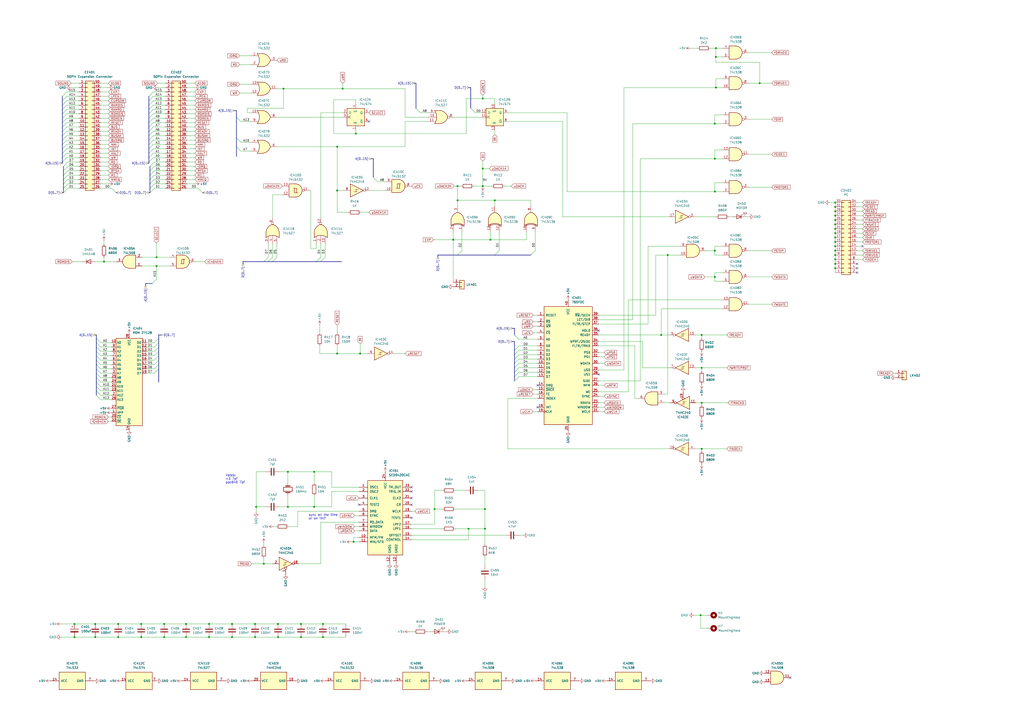
<source format=kicad_sch>
(kicad_sch (version 20211123) (generator eeschema)
  (paper "A2")
  (junction (at 195.58 205.105))
  (junction (at 280.035 57.15))
  (junction (at 90.805 154.305))
  (junction (at 415.29 33.02))
  (junction (at 484.505 120.015))
  (junction (at 121.285 361.95))
  (junction (at 415.29 27.94))
  (junction (at 281.305 306.705))
  (junction (at 484.505 142.875))
  (junction (at 484.505 132.715))
  (junction (at 484.505 147.955))
  (junction (at 407.035 260.35))
  (junction (at 161.29 361.95))
  (junction (at 484.505 137.795))
  (junction (at 484.505 130.175))
  (junction (at 205.105 314.325))
  (junction (at 153.035 327.025))
  (junction (at 484.505 127.635))
  (junction (at 206.375 77.47))
  (junction (at 195.58 85.09))
  (junction (at 440.69 48.26))
  (junction (at 55.245 369.57))
  (junction (at 484.505 125.095))
  (junction (at 107.95 369.57))
  (junction (at 407.035 233.68))
  (junction (at 148.59 294.005))
  (junction (at 415.29 50.8))
  (junction (at 95.25 369.57))
  (junction (at 484.505 145.415))
  (junction (at 262.89 139.065))
  (junction (at 414.655 145.415))
  (junction (at 81.915 369.57))
  (junction (at 281.305 295.275))
  (junction (at 484.505 153.035))
  (junction (at 407.035 194.31))
  (junction (at 95.25 361.95))
  (junction (at 406.4 356.87))
  (junction (at 60.325 151.765))
  (junction (at 167.005 294.005))
  (junction (at 161.29 369.57))
  (junction (at 167.005 273.685))
  (junction (at 484.505 140.335))
  (junction (at 265.43 116.205))
  (junction (at 280.035 107.95))
  (junction (at 147.955 369.57))
  (junction (at 284.48 139.065))
  (junction (at 484.505 150.495))
  (junction (at 81.915 361.95))
  (junction (at 265.43 107.95))
  (junction (at 383.54 194.31))
  (junction (at 182.245 273.685))
  (junction (at 134.62 369.57))
  (junction (at 187.325 369.57))
  (junction (at 414.655 160.655))
  (junction (at 387.35 147.955))
  (junction (at 252.095 295.275))
  (junction (at 107.95 361.95))
  (junction (at 187.325 361.95))
  (junction (at 174.625 361.95))
  (junction (at 195.58 110.49))
  (junction (at 182.245 294.005))
  (junction (at 484.505 122.555))
  (junction (at 198.755 51.435))
  (junction (at 164.465 51.435))
  (junction (at 407.035 213.36))
  (junction (at 43.18 369.57))
  (junction (at 147.955 361.95))
  (junction (at 287.02 116.205))
  (junction (at 43.18 361.95))
  (junction (at 280.035 97.79))
  (junction (at 484.505 135.255))
  (junction (at 414.655 71.755))
  (junction (at 90.805 149.225))
  (junction (at 271.78 306.705))
  (junction (at 414.655 92.075))
  (junction (at 68.58 369.57))
  (junction (at 134.62 361.95))
  (junction (at 68.58 361.95))
  (junction (at 55.245 361.95))
  (junction (at 484.505 117.475))
  (junction (at 484.505 155.575))
  (junction (at 121.285 369.57))
  (junction (at 174.625 369.57))
  (junction (at 414.655 111.125))
  (junction (at 208.915 205.105))
  (no_connect (at 311.785 236.22))
  (no_connect (at 311.785 223.52))
  (no_connect (at 347.345 217.17))
  (no_connect (at 497.205 155.575))
  (no_connect (at 497.205 158.115))
  (no_connect (at 497.205 153.035))
  (no_connect (at 458.47 393.065))
  (no_connect (at 347.345 191.77))
  (no_connect (at 213.995 70.485))
  (no_connect (at 238.76 292.735))
  (no_connect (at 238.76 288.925))
  (no_connect (at 238.76 282.575))
  (no_connect (at 238.76 285.115))
  (no_connect (at 238.76 300.355))
  (no_connect (at 208.28 292.735))
  (no_connect (at 500.38 142.875))
  (bus_entry (at 86.36 71.12) (size 2.54 -2.54))
  (bus_entry (at 36.195 55.88) (size 2.54 -2.54))
  (bus_entry (at 55.88 196.215) (size 2.54 2.54))
  (bus_entry (at 55.88 219.075) (size 2.54 2.54))
  (bus_entry (at 86.36 86.36) (size 2.54 -2.54))
  (bus_entry (at 36.83 106.68) (size 2.54 -2.54))
  (bus_entry (at 216.535 102.87) (size 2.54 2.54))
  (bus_entry (at 55.88 211.455) (size 2.54 2.54))
  (bus_entry (at 89.535 201.295) (size 2.54 -2.54))
  (bus_entry (at 55.88 206.375) (size 2.54 2.54))
  (bus_entry (at 36.195 60.96) (size 2.54 -2.54))
  (bus_entry (at 241.3 62.865) (size 2.54 2.54))
  (bus_entry (at 36.83 111.76) (size 2.54 -2.54))
  (bus_entry (at 36.195 73.66) (size 2.54 -2.54))
  (bus_entry (at 86.995 109.22) (size 2.54 -2.54))
  (bus_entry (at 64.77 109.22) (size 2.54 2.54))
  (bus_entry (at 298.45 213.36) (size 2.54 -2.54))
  (bus_entry (at 36.195 88.9) (size 2.54 -2.54))
  (bus_entry (at 36.195 76.2) (size 2.54 -2.54))
  (bus_entry (at 298.45 215.9) (size 2.54 -2.54))
  (bus_entry (at 36.83 101.6) (size 2.54 -2.54))
  (bus_entry (at 86.36 78.74) (size 2.54 -2.54))
  (bus_entry (at 89.535 213.995) (size 2.54 -2.54))
  (bus_entry (at 36.195 81.28) (size 2.54 -2.54))
  (bus_entry (at 55.88 203.835) (size 2.54 2.54))
  (bus_entry (at 86.36 93.98) (size 2.54 -2.54))
  (bus_entry (at 36.195 63.5) (size 2.54 -2.54))
  (bus_entry (at 36.195 86.36) (size 2.54 -2.54))
  (bus_entry (at 89.535 198.755) (size 2.54 -2.54))
  (bus_entry (at 55.88 213.995) (size 2.54 2.54))
  (bus_entry (at 89.535 203.835) (size 2.54 -2.54))
  (bus_entry (at 36.195 68.58) (size 2.54 -2.54))
  (bus_entry (at 86.36 60.96) (size 2.54 -2.54))
  (bus_entry (at 298.45 220.98) (size 2.54 -2.54))
  (bus_entry (at 153.035 151.765) (size 2.54 -2.54))
  (bus_entry (at 186.055 151.765) (size 2.54 -2.54))
  (bus_entry (at 158.115 151.765) (size 2.54 -2.54))
  (bus_entry (at 155.575 151.765) (size 2.54 -2.54))
  (bus_entry (at 183.515 151.765) (size 2.54 -2.54))
  (bus_entry (at 298.45 205.74) (size 2.54 -2.54))
  (bus_entry (at 298.45 218.44) (size 2.54 -2.54))
  (bus_entry (at 36.83 99.06) (size 2.54 -2.54))
  (bus_entry (at 36.195 78.74) (size 2.54 -2.54))
  (bus_entry (at 89.535 211.455) (size 2.54 -2.54))
  (bus_entry (at 36.195 93.98) (size 2.54 -2.54))
  (bus_entry (at 36.195 83.82) (size 2.54 -2.54))
  (bus_entry (at 36.83 104.14) (size 2.54 -2.54))
  (bus_entry (at 86.36 88.9) (size 2.54 -2.54))
  (bus_entry (at 86.36 76.2) (size 2.54 -2.54))
  (bus_entry (at 114.935 109.22) (size 2.54 2.54))
  (bus_entry (at 137.16 85.09) (size 2.54 2.54))
  (bus_entry (at 36.195 91.44) (size 2.54 -2.54))
  (bus_entry (at 86.995 99.06) (size 2.54 -2.54))
  (bus_entry (at 89.535 216.535) (size 2.54 -2.54))
  (bus_entry (at 86.36 68.58) (size 2.54 -2.54))
  (bus_entry (at 55.88 224.155) (size 2.54 2.54))
  (bus_entry (at 86.36 91.44) (size 2.54 -2.54))
  (bus_entry (at 86.36 55.88) (size 2.54 -2.54))
  (bus_entry (at 55.88 208.915) (size 2.54 2.54))
  (bus_entry (at 86.36 58.42) (size 2.54 -2.54))
  (bus_entry (at 86.995 106.68) (size 2.54 -2.54))
  (bus_entry (at 86.995 101.6) (size 2.54 -2.54))
  (bus_entry (at 86.36 66.04) (size 2.54 -2.54))
  (bus_entry (at 86.995 104.14) (size 2.54 -2.54))
  (bus_entry (at 55.88 216.535) (size 2.54 2.54))
  (bus_entry (at 89.535 206.375) (size 2.54 -2.54))
  (bus_entry (at 298.45 208.28) (size 2.54 -2.54))
  (bus_entry (at 298.45 203.2) (size 2.54 -2.54))
  (bus_entry (at 137.16 80.01) (size 2.54 2.54))
  (bus_entry (at 88.265 164.465) (size 2.54 -2.54))
  (bus_entry (at 86.36 81.28) (size 2.54 -2.54))
  (bus_entry (at 55.88 201.295) (size 2.54 2.54))
  (bus_entry (at 55.88 221.615) (size 2.54 2.54))
  (bus_entry (at 36.83 109.22) (size 2.54 -2.54))
  (bus_entry (at 89.535 208.915) (size 2.54 -2.54))
  (bus_entry (at 55.88 198.755) (size 2.54 2.54))
  (bus_entry (at 86.36 73.66) (size 2.54 -2.54))
  (bus_entry (at 298.45 194.31) (size 2.54 2.54))
  (bus_entry (at 265.43 147.955) (size 2.54 -2.54))
  (bus_entry (at 298.45 210.82) (size 2.54 -2.54))
  (bus_entry (at 273.05 62.865) (size 2.54 2.54))
  (bus_entry (at 137.16 67.945) (size 2.54 2.54))
  (bus_entry (at 36.83 96.52) (size 2.54 -2.54))
  (bus_entry (at 55.88 226.695) (size 2.54 2.54))
  (bus_entry (at 86.36 63.5) (size 2.54 -2.54))
  (bus_entry (at 287.02 147.955) (size 2.54 -2.54))
  (bus_entry (at 86.995 111.76) (size 2.54 -2.54))
  (bus_entry (at 36.195 71.12) (size 2.54 -2.54))
  (bus_entry (at 307.975 147.955) (size 2.54 -2.54))
  (bus_entry (at 36.195 58.42) (size 2.54 -2.54))
  (bus_entry (at 86.36 83.82) (size 2.54 -2.54))
  (bus_entry (at 36.195 66.04) (size 2.54 -2.54))
  (bus_entry (at 86.995 96.52) (size 2.54 -2.54))
  (bus_entry (at 55.88 229.235) (size 2.54 2.54))
  (bus (pts (xy 36.83 106.68) (xy 36.83 109.22)))
  (wire (pts (xy 287.02 75.565) (xy 287.02 78.105)))
  (wire (pts (xy 108.585 93.98) (xy 113.03 93.98)))
  (wire (pts (xy 300.99 203.2) (xy 311.785 203.2)))
  (bus (pts (xy 92.075 203.835) (xy 92.075 206.375)))
  (wire (pts (xy 108.585 63.5) (xy 113.03 63.5)))
  (wire (pts (xy 262.89 134.62) (xy 262.89 139.065)))
  (wire (pts (xy 387.985 213.36) (xy 372.745 213.36)))
  (wire (pts (xy 108.585 96.52) (xy 113.03 96.52)))
  (wire (pts (xy 238.76 313.055) (xy 271.78 313.055)))
  (wire (pts (xy 160.655 85.09) (xy 195.58 85.09)))
  (bus (pts (xy 36.195 78.74) (xy 36.195 81.28)))
  (wire (pts (xy 108.585 99.06) (xy 113.03 99.06)))
  (wire (pts (xy 407.035 260.35) (xy 407.035 261.62)))
  (wire (pts (xy 39.37 106.68) (xy 45.72 106.68)))
  (wire (pts (xy 108.585 68.58) (xy 113.03 68.58)))
  (bus (pts (xy 36.83 96.52) (xy 36.83 99.06)))
  (wire (pts (xy 347.345 227.33) (xy 364.49 227.33)))
  (wire (pts (xy 347.345 207.01) (xy 350.52 207.01)))
  (wire (pts (xy 264.16 295.275) (xy 281.305 295.275)))
  (wire (pts (xy 281.305 295.275) (xy 281.305 306.705)))
  (wire (pts (xy 58.42 104.14) (xy 62.865 104.14)))
  (wire (pts (xy 167.005 273.685) (xy 167.005 280.035)))
  (wire (pts (xy 95.25 361.95) (xy 107.95 361.95)))
  (wire (pts (xy 234.95 67.945) (xy 248.285 67.945)))
  (wire (pts (xy 402.59 356.87) (xy 406.4 356.87)))
  (wire (pts (xy 262.89 139.065) (xy 262.89 163.83)))
  (bus (pts (xy 215.265 92.075) (xy 216.535 92.075)))
  (wire (pts (xy 484.505 145.415) (xy 484.505 142.875)))
  (wire (pts (xy 58.42 211.455) (xy 64.77 211.455)))
  (wire (pts (xy 41.275 48.26) (xy 45.72 48.26)))
  (bus (pts (xy 86.36 73.66) (xy 86.36 76.2)))
  (wire (pts (xy 267.97 134.62) (xy 267.97 145.415)))
  (wire (pts (xy 484.505 125.095) (xy 484.505 122.555)))
  (bus (pts (xy 86.36 71.12) (xy 86.36 73.66)))
  (bus (pts (xy 86.36 86.36) (xy 86.36 88.9)))
  (wire (pts (xy 108.585 66.04) (xy 113.03 66.04)))
  (wire (pts (xy 41.275 50.8) (xy 45.72 50.8)))
  (wire (pts (xy 38.735 71.12) (xy 45.72 71.12)))
  (bus (pts (xy 36.195 73.66) (xy 36.195 76.2)))
  (wire (pts (xy 238.76 310.515) (xy 293.37 310.515)))
  (wire (pts (xy 89.535 101.6) (xy 95.885 101.6)))
  (bus (pts (xy 92.075 206.375) (xy 92.075 208.915)))
  (bus (pts (xy 118.11 111.76) (xy 117.475 111.76)))
  (wire (pts (xy 58.42 78.74) (xy 62.865 78.74)))
  (wire (pts (xy 414.655 106.045) (xy 419.1 106.045)))
  (wire (pts (xy 206.375 57.785) (xy 193.675 57.785)))
  (bus (pts (xy 36.195 81.28) (xy 36.195 83.82)))
  (bus (pts (xy 92.075 208.915) (xy 92.075 211.455)))
  (wire (pts (xy 387.985 260.35) (xy 294.64 260.35)))
  (wire (pts (xy 88.9 76.2) (xy 95.885 76.2)))
  (bus (pts (xy 36.83 99.06) (xy 36.83 101.6)))
  (wire (pts (xy 108.585 88.9) (xy 113.03 88.9)))
  (wire (pts (xy 82.55 154.305) (xy 90.805 154.305)))
  (wire (pts (xy 192.405 282.575) (xy 192.405 273.685)))
  (wire (pts (xy 81.915 361.95) (xy 95.25 361.95)))
  (bus (pts (xy 36.83 109.22) (xy 36.83 111.76)))
  (wire (pts (xy 415.29 33.02) (xy 415.29 36.195)))
  (wire (pts (xy 91.44 50.8) (xy 95.885 50.8)))
  (wire (pts (xy 347.345 194.31) (xy 383.54 194.31)))
  (wire (pts (xy 88.9 68.58) (xy 95.885 68.58)))
  (bus (pts (xy 84.455 164.465) (xy 88.265 164.465)))
  (wire (pts (xy 62.865 244.475) (xy 64.77 244.475)))
  (bus (pts (xy 298.45 213.36) (xy 298.45 215.9)))
  (bus (pts (xy 216.535 92.075) (xy 216.535 102.87)))
  (wire (pts (xy 407.035 260.35) (xy 403.225 260.35)))
  (bus (pts (xy 153.035 151.765) (xy 155.575 151.765)))
  (wire (pts (xy 368.3 200.66) (xy 347.345 200.66)))
  (wire (pts (xy 309.245 186.69) (xy 311.785 186.69)))
  (wire (pts (xy 208.915 205.105) (xy 213.36 205.105)))
  (wire (pts (xy 347.345 220.98) (xy 371.475 220.98)))
  (wire (pts (xy 371.475 92.075) (xy 414.655 92.075)))
  (wire (pts (xy 108.585 60.96) (xy 113.03 60.96)))
  (wire (pts (xy 60.325 139.7) (xy 60.325 141.605)))
  (bus (pts (xy 298.45 210.82) (xy 298.45 213.36)))
  (wire (pts (xy 407.035 233.68) (xy 407.035 234.95)))
  (wire (pts (xy 370.205 231.14) (xy 368.3 231.14)))
  (wire (pts (xy 39.37 101.6) (xy 45.72 101.6)))
  (wire (pts (xy 432.435 125.73) (xy 434.34 125.73)))
  (wire (pts (xy 265.43 116.205) (xy 265.43 119.38)))
  (wire (pts (xy 88.9 66.04) (xy 95.885 66.04)))
  (wire (pts (xy 38.735 91.44) (xy 45.72 91.44)))
  (bus (pts (xy 298.45 203.2) (xy 298.45 205.74)))
  (wire (pts (xy 58.42 86.36) (xy 62.865 86.36)))
  (bus (pts (xy 135.89 64.135) (xy 137.16 64.135)))
  (wire (pts (xy 195.58 110.49) (xy 199.39 110.49)))
  (wire (pts (xy 58.42 231.775) (xy 64.77 231.775)))
  (wire (pts (xy 88.9 60.96) (xy 95.885 60.96)))
  (wire (pts (xy 85.09 198.755) (xy 89.535 198.755)))
  (wire (pts (xy 347.345 185.42) (xy 367.03 185.42)))
  (wire (pts (xy 309.245 193.04) (xy 311.785 193.04)))
  (wire (pts (xy 484.505 117.475) (xy 481.33 117.475)))
  (wire (pts (xy 406.4 356.87) (xy 406.4 364.49)))
  (wire (pts (xy 415.29 45.72) (xy 415.29 50.8)))
  (wire (pts (xy 347.345 214.63) (xy 361.95 214.63)))
  (bus (pts (xy 55.88 196.215) (xy 55.88 198.755)))
  (wire (pts (xy 161.925 273.685) (xy 167.005 273.685)))
  (wire (pts (xy 252.095 295.275) (xy 252.095 284.48)))
  (wire (pts (xy 300.99 310.515) (xy 303.53 310.515)))
  (wire (pts (xy 518.16 216.535) (xy 519.43 216.535)))
  (wire (pts (xy 219.075 105.41) (xy 223.52 105.41)))
  (wire (pts (xy 180.34 110.49) (xy 180.34 144.145)))
  (bus (pts (xy 298.45 190.5) (xy 298.45 194.31)))
  (wire (pts (xy 139.7 87.63) (xy 145.415 87.63)))
  (wire (pts (xy 186.055 65.405) (xy 186.055 126.365)))
  (wire (pts (xy 35.56 369.57) (xy 43.18 369.57)))
  (wire (pts (xy 68.58 369.57) (xy 81.915 369.57)))
  (bus (pts (xy 55.88 226.695) (xy 55.88 229.235)))
  (wire (pts (xy 361.95 214.63) (xy 361.95 50.8)))
  (wire (pts (xy 205.74 307.975) (xy 208.28 307.975)))
  (wire (pts (xy 434.34 30.48) (xy 447.675 30.48)))
  (wire (pts (xy 39.37 104.14) (xy 45.72 104.14)))
  (wire (pts (xy 383.54 179.07) (xy 383.54 194.31)))
  (wire (pts (xy 287.02 57.15) (xy 287.02 60.325)))
  (bus (pts (xy 92.075 201.295) (xy 92.075 203.835)))
  (wire (pts (xy 203.835 314.325) (xy 205.105 314.325)))
  (wire (pts (xy 484.505 122.555) (xy 484.505 120.015)))
  (wire (pts (xy 58.42 68.58) (xy 62.865 68.58)))
  (wire (pts (xy 238.76 304.165) (xy 252.095 304.165)))
  (wire (pts (xy 309.245 189.23) (xy 311.785 189.23)))
  (wire (pts (xy 195.58 85.09) (xy 234.95 85.09)))
  (bus (pts (xy 86.36 81.28) (xy 86.36 83.82)))
  (wire (pts (xy 412.115 27.94) (xy 415.29 27.94)))
  (wire (pts (xy 500.38 130.175) (xy 497.205 130.175)))
  (wire (pts (xy 252.095 295.275) (xy 256.54 295.275)))
  (wire (pts (xy 160.655 51.435) (xy 164.465 51.435)))
  (bus (pts (xy 241.3 48.26) (xy 241.3 62.865)))
  (wire (pts (xy 500.38 142.875) (xy 497.205 142.875)))
  (wire (pts (xy 257.175 366.395) (xy 259.08 366.395)))
  (wire (pts (xy 205.74 299.085) (xy 208.28 299.085)))
  (wire (pts (xy 270.51 57.15) (xy 280.035 57.15)))
  (bus (pts (xy 140.97 151.765) (xy 153.035 151.765)))
  (wire (pts (xy 434.34 89.535) (xy 447.675 89.535)))
  (wire (pts (xy 364.49 173.99) (xy 419.1 173.99)))
  (wire (pts (xy 192.405 273.685) (xy 182.245 273.685)))
  (wire (pts (xy 58.42 55.88) (xy 62.865 55.88)))
  (bus (pts (xy 158.115 151.765) (xy 183.515 151.765)))
  (wire (pts (xy 307.975 116.205) (xy 287.02 116.205)))
  (wire (pts (xy 265.43 107.95) (xy 265.43 116.205)))
  (wire (pts (xy 167.005 273.685) (xy 182.245 273.685)))
  (wire (pts (xy 108.585 55.88) (xy 113.03 55.88)))
  (bus (pts (xy 84.455 165.735) (xy 84.455 164.465)))
  (wire (pts (xy 58.42 50.8) (xy 62.865 50.8)))
  (bus (pts (xy 86.995 99.06) (xy 86.995 101.6)))
  (wire (pts (xy 387.35 147.955) (xy 394.335 147.955)))
  (bus (pts (xy 86.995 101.6) (xy 86.995 104.14)))
  (wire (pts (xy 294.64 231.14) (xy 311.785 231.14)))
  (wire (pts (xy 108.585 81.28) (xy 113.03 81.28)))
  (wire (pts (xy 58.42 88.9) (xy 62.865 88.9)))
  (wire (pts (xy 88.9 53.34) (xy 95.885 53.34)))
  (wire (pts (xy 277.495 284.48) (xy 281.305 284.48)))
  (wire (pts (xy 500.38 137.795) (xy 497.205 137.795)))
  (wire (pts (xy 187.325 361.95) (xy 200.66 361.95)))
  (wire (pts (xy 281.305 323.215) (xy 281.305 328.295)))
  (wire (pts (xy 208.28 311.785) (xy 205.105 311.785)))
  (bus (pts (xy 86.36 78.74) (xy 86.36 81.28)))
  (wire (pts (xy 58.42 101.6) (xy 62.865 101.6)))
  (wire (pts (xy 347.345 182.88) (xy 380.365 182.88)))
  (wire (pts (xy 415.29 33.02) (xy 415.29 27.94)))
  (wire (pts (xy 407.035 194.31) (xy 407.035 196.215)))
  (wire (pts (xy 108.585 86.36) (xy 113.03 86.36)))
  (wire (pts (xy 375.92 187.96) (xy 375.92 142.875)))
  (wire (pts (xy 484.505 158.115) (xy 484.505 155.575)))
  (wire (pts (xy 209.55 123.19) (xy 213.995 123.19)))
  (wire (pts (xy 167.005 294.005) (xy 182.245 294.005)))
  (wire (pts (xy 58.42 83.82) (xy 62.865 83.82)))
  (wire (pts (xy 198.755 51.435) (xy 234.95 51.435)))
  (bus (pts (xy 137.16 85.09) (xy 137.16 90.805)))
  (wire (pts (xy 88.9 58.42) (xy 95.885 58.42)))
  (wire (pts (xy 434.34 69.215) (xy 447.675 69.215)))
  (wire (pts (xy 43.18 361.95) (xy 55.245 361.95)))
  (wire (pts (xy 38.735 60.96) (xy 45.72 60.96)))
  (wire (pts (xy 414.655 142.875) (xy 419.1 142.875)))
  (bus (pts (xy 86.995 106.68) (xy 86.995 109.22)))
  (wire (pts (xy 414.655 160.655) (xy 414.655 158.115)))
  (wire (pts (xy 383.54 194.31) (xy 387.985 194.31)))
  (wire (pts (xy 193.675 57.785) (xy 193.675 77.47)))
  (wire (pts (xy 85.09 208.915) (xy 89.535 208.915)))
  (wire (pts (xy 85.09 213.995) (xy 89.535 213.995)))
  (wire (pts (xy 406.4 356.87) (xy 410.21 356.87)))
  (wire (pts (xy 139.7 82.55) (xy 145.415 82.55)))
  (wire (pts (xy 143.51 62.865) (xy 164.465 62.865)))
  (wire (pts (xy 347.345 187.96) (xy 375.92 187.96)))
  (wire (pts (xy 58.42 71.12) (xy 62.865 71.12)))
  (wire (pts (xy 192.405 285.115) (xy 192.405 294.005)))
  (wire (pts (xy 280.035 55.245) (xy 280.035 57.15)))
  (wire (pts (xy 274.955 107.95) (xy 280.035 107.95)))
  (wire (pts (xy 89.535 93.98) (xy 95.885 93.98)))
  (wire (pts (xy 294.64 260.35) (xy 294.64 231.14)))
  (wire (pts (xy 414.655 147.955) (xy 414.655 145.415)))
  (wire (pts (xy 108.585 53.34) (xy 113.03 53.34)))
  (wire (pts (xy 58.42 60.96) (xy 62.865 60.96)))
  (wire (pts (xy 164.465 62.865) (xy 164.465 51.435)))
  (bus (pts (xy 155.575 151.765) (xy 158.115 151.765)))
  (wire (pts (xy 434.34 48.26) (xy 440.69 48.26)))
  (wire (pts (xy 188.595 141.605) (xy 188.595 149.225)))
  (wire (pts (xy 281.305 306.705) (xy 281.305 315.595)))
  (wire (pts (xy 208.28 285.115) (xy 192.405 285.115)))
  (wire (pts (xy 328.93 111.125) (xy 328.93 65.405)))
  (wire (pts (xy 58.42 81.28) (xy 62.865 81.28)))
  (wire (pts (xy 58.42 219.075) (xy 64.77 219.075)))
  (bus (pts (xy 36.83 101.6) (xy 36.83 104.14)))
  (wire (pts (xy 484.505 155.575) (xy 484.505 153.035)))
  (wire (pts (xy 419.1 45.72) (xy 415.29 45.72)))
  (wire (pts (xy 440.69 48.26) (xy 447.675 48.26)))
  (wire (pts (xy 361.95 50.8) (xy 415.29 50.8)))
  (wire (pts (xy 158.75 305.435) (xy 160.02 305.435)))
  (wire (pts (xy 195.58 123.19) (xy 195.58 110.49)))
  (wire (pts (xy 419.1 86.995) (xy 414.655 86.995)))
  (wire (pts (xy 367.03 185.42) (xy 367.03 71.755)))
  (wire (pts (xy 326.39 70.485) (xy 326.39 125.73)))
  (wire (pts (xy 134.62 369.57) (xy 147.955 369.57)))
  (bus (pts (xy 36.195 63.5) (xy 36.195 66.04)))
  (wire (pts (xy 38.735 76.2) (xy 45.72 76.2)))
  (wire (pts (xy 328.93 111.125) (xy 414.655 111.125)))
  (wire (pts (xy 434.34 108.585) (xy 447.675 108.585)))
  (wire (pts (xy 38.735 66.04) (xy 45.72 66.04)))
  (bus (pts (xy 86.36 66.04) (xy 86.36 68.58)))
  (bus (pts (xy 273.05 50.8) (xy 273.05 62.865)))
  (wire (pts (xy 234.95 70.485) (xy 248.285 70.485)))
  (wire (pts (xy 55.245 151.765) (xy 60.325 151.765)))
  (wire (pts (xy 62.865 241.935) (xy 64.77 241.935)))
  (wire (pts (xy 206.375 75.565) (xy 206.375 77.47)))
  (wire (pts (xy 484.505 137.795) (xy 484.505 135.255)))
  (wire (pts (xy 88.9 81.28) (xy 95.885 81.28)))
  (bus (pts (xy 254 149.225) (xy 254 147.955)))
  (bus (pts (xy 137.16 67.945) (xy 137.16 80.01)))
  (wire (pts (xy 139.065 53.975) (xy 145.415 53.975)))
  (wire (pts (xy 68.58 361.95) (xy 81.915 361.95)))
  (wire (pts (xy 414.655 145.415) (xy 414.655 142.875)))
  (wire (pts (xy 108.585 91.44) (xy 113.03 91.44)))
  (wire (pts (xy 58.42 109.22) (xy 64.77 109.22)))
  (wire (pts (xy 195.58 110.49) (xy 195.58 85.09)))
  (wire (pts (xy 185.42 200.66) (xy 185.42 205.105)))
  (bus (pts (xy 55.88 201.295) (xy 55.88 203.835)))
  (wire (pts (xy 270.51 77.47) (xy 270.51 57.15)))
  (wire (pts (xy 39.37 109.22) (xy 45.72 109.22)))
  (wire (pts (xy 419.1 71.755) (xy 414.655 71.755)))
  (wire (pts (xy 422.275 233.68) (xy 407.035 233.68)))
  (wire (pts (xy 407.035 213.36) (xy 407.035 215.265)))
  (wire (pts (xy 90.805 149.225) (xy 98.425 149.225)))
  (wire (pts (xy 58.42 93.98) (xy 62.865 93.98)))
  (bus (pts (xy 36.195 60.96) (xy 36.195 63.5)))
  (wire (pts (xy 500.38 150.495) (xy 497.205 150.495)))
  (wire (pts (xy 500.38 140.335) (xy 497.205 140.335)))
  (bus (pts (xy 85.725 94.615) (xy 86.36 94.615)))
  (wire (pts (xy 154.305 273.685) (xy 148.59 273.685)))
  (wire (pts (xy 58.42 76.2) (xy 62.865 76.2)))
  (wire (pts (xy 88.9 91.44) (xy 95.885 91.44)))
  (wire (pts (xy 484.505 153.035) (xy 484.505 150.495)))
  (wire (pts (xy 205.105 311.785) (xy 205.105 314.325)))
  (wire (pts (xy 406.4 364.49) (xy 410.21 364.49)))
  (wire (pts (xy 82.55 149.225) (xy 90.805 149.225)))
  (wire (pts (xy 113.665 151.765) (xy 118.745 151.765)))
  (wire (pts (xy 409.575 145.415) (xy 414.655 145.415)))
  (bus (pts (xy 86.36 60.96) (xy 86.36 63.5)))
  (wire (pts (xy 38.735 63.5) (xy 45.72 63.5)))
  (bus (pts (xy 55.88 216.535) (xy 55.88 219.075)))
  (wire (pts (xy 328.93 65.405) (xy 294.64 65.405)))
  (wire (pts (xy 85.09 216.535) (xy 89.535 216.535)))
  (wire (pts (xy 415.29 27.94) (xy 419.1 27.94)))
  (wire (pts (xy 414.655 86.995) (xy 414.655 92.075)))
  (wire (pts (xy 161.29 361.95) (xy 174.625 361.95)))
  (bus (pts (xy 36.195 71.12) (xy 36.195 73.66)))
  (wire (pts (xy 107.95 361.95) (xy 121.285 361.95)))
  (wire (pts (xy 284.48 139.065) (xy 305.435 139.065)))
  (wire (pts (xy 500.38 147.955) (xy 497.205 147.955)))
  (wire (pts (xy 300.99 196.85) (xy 311.785 196.85)))
  (wire (pts (xy 91.44 48.26) (xy 95.885 48.26)))
  (wire (pts (xy 326.39 125.73) (xy 387.985 125.73)))
  (bus (pts (xy 36.195 86.36) (xy 36.195 88.9)))
  (wire (pts (xy 271.78 313.055) (xy 271.78 306.705)))
  (wire (pts (xy 108.585 101.6) (xy 113.03 101.6)))
  (wire (pts (xy 280.035 97.79) (xy 280.035 107.95)))
  (wire (pts (xy 108.585 106.68) (xy 113.03 106.68)))
  (wire (pts (xy 500.38 132.715) (xy 497.205 132.715)))
  (wire (pts (xy 58.42 91.44) (xy 62.865 91.44)))
  (wire (pts (xy 414.655 163.195) (xy 414.655 160.655)))
  (wire (pts (xy 407.035 233.68) (xy 403.86 233.68)))
  (wire (pts (xy 208.28 296.545) (xy 172.72 296.545)))
  (wire (pts (xy 280.035 97.79) (xy 283.845 97.79)))
  (wire (pts (xy 155.575 141.605) (xy 155.575 149.225)))
  (wire (pts (xy 300.99 208.28) (xy 311.785 208.28)))
  (wire (pts (xy 208.28 282.575) (xy 192.405 282.575)))
  (wire (pts (xy 414.655 92.075) (xy 419.1 92.075)))
  (bus (pts (xy 55.88 194.31) (xy 55.88 196.215)))
  (wire (pts (xy 287.02 116.205) (xy 265.43 116.205)))
  (wire (pts (xy 160.655 67.945) (xy 198.755 67.945)))
  (bus (pts (xy 137.16 80.01) (xy 137.16 85.09)))
  (wire (pts (xy 187.325 369.57) (xy 200.66 369.57)))
  (wire (pts (xy 367.03 71.755) (xy 414.655 71.755)))
  (wire (pts (xy 292.735 107.95) (xy 296.545 107.95)))
  (wire (pts (xy 143.51 65.405) (xy 143.51 62.865)))
  (wire (pts (xy 88.9 63.5) (xy 95.885 63.5)))
  (wire (pts (xy 58.42 96.52) (xy 62.865 96.52)))
  (wire (pts (xy 147.955 369.57) (xy 161.29 369.57)))
  (wire (pts (xy 161.925 294.005) (xy 167.005 294.005)))
  (wire (pts (xy 414.655 66.675) (xy 419.1 66.675)))
  (wire (pts (xy 309.245 182.88) (xy 311.785 182.88)))
  (bus (pts (xy 36.195 83.82) (xy 36.195 86.36)))
  (wire (pts (xy 38.735 78.74) (xy 45.72 78.74)))
  (wire (pts (xy 347.345 210.82) (xy 350.52 210.82)))
  (wire (pts (xy 289.56 134.62) (xy 289.56 145.415)))
  (wire (pts (xy 484.505 130.175) (xy 484.505 127.635)))
  (bus (pts (xy 265.43 147.955) (xy 287.02 147.955)))
  (bus (pts (xy 92.075 194.31) (xy 92.075 196.215)))
  (bus (pts (xy 86.995 104.14) (xy 86.995 106.68)))
  (wire (pts (xy 234.95 51.435) (xy 234.95 67.945)))
  (wire (pts (xy 300.99 210.82) (xy 311.785 210.82)))
  (wire (pts (xy 158.115 327.025) (xy 153.035 327.025)))
  (wire (pts (xy 58.42 213.995) (xy 64.77 213.995)))
  (wire (pts (xy 309.245 228.6) (xy 311.785 228.6)))
  (wire (pts (xy 38.735 83.82) (xy 45.72 83.82)))
  (wire (pts (xy 58.42 226.695) (xy 64.77 226.695)))
  (wire (pts (xy 372.745 213.36) (xy 372.745 198.12)))
  (wire (pts (xy 275.59 65.405) (xy 279.4 65.405)))
  (wire (pts (xy 228.6 205.105) (xy 234.95 205.105)))
  (wire (pts (xy 185.42 188.595) (xy 185.42 193.04)))
  (wire (pts (xy 385.445 233.68) (xy 388.62 233.68)))
  (wire (pts (xy 415.29 36.195) (xy 440.69 36.195)))
  (wire (pts (xy 434.34 145.415) (xy 447.675 145.415)))
  (wire (pts (xy 371.475 220.98) (xy 371.475 92.075)))
  (wire (pts (xy 198.755 48.26) (xy 198.755 51.435)))
  (wire (pts (xy 85.09 201.295) (xy 89.535 201.295)))
  (bus (pts (xy 92.075 196.215) (xy 92.075 198.755)))
  (wire (pts (xy 407.035 213.36) (xy 403.225 213.36)))
  (wire (pts (xy 38.735 81.28) (xy 45.72 81.28)))
  (wire (pts (xy 419.1 147.955) (xy 414.655 147.955)))
  (wire (pts (xy 58.42 53.34) (xy 62.865 53.34)))
  (wire (pts (xy 421.64 194.31) (xy 407.035 194.31)))
  (wire (pts (xy 300.99 205.74) (xy 311.785 205.74)))
  (wire (pts (xy 167.005 287.655) (xy 167.005 294.005)))
  (wire (pts (xy 179.07 110.49) (xy 180.34 110.49)))
  (wire (pts (xy 139.065 48.895) (xy 145.415 48.895)))
  (wire (pts (xy 55.245 369.57) (xy 68.58 369.57)))
  (wire (pts (xy 60.325 149.225) (xy 60.325 151.765)))
  (bus (pts (xy 36.195 76.2) (xy 36.195 78.74)))
  (wire (pts (xy 153.035 314.96) (xy 153.035 316.23)))
  (wire (pts (xy 67.31 151.765) (xy 60.325 151.765)))
  (bus (pts (xy 298.45 205.74) (xy 298.45 208.28)))
  (wire (pts (xy 158.115 141.605) (xy 158.115 149.225)))
  (wire (pts (xy 206.375 77.47) (xy 270.51 77.47)))
  (bus (pts (xy 86.36 63.5) (xy 86.36 66.04)))
  (wire (pts (xy 186.055 302.895) (xy 186.055 327.025)))
  (bus (pts (xy 86.36 76.2) (xy 86.36 78.74)))
  (wire (pts (xy 434.34 160.655) (xy 447.675 160.655)))
  (wire (pts (xy 108.585 48.26) (xy 113.03 48.26)))
  (wire (pts (xy 158.115 113.03) (xy 163.83 113.03)))
  (wire (pts (xy 238.76 306.705) (xy 256.54 306.705)))
  (wire (pts (xy 500.38 117.475) (xy 497.205 117.475)))
  (wire (pts (xy 58.42 201.295) (xy 64.77 201.295)))
  (wire (pts (xy 38.735 55.88) (xy 45.72 55.88)))
  (bus (pts (xy 92.075 198.755) (xy 92.075 201.295)))
  (wire (pts (xy 252.095 284.48) (xy 256.54 284.48)))
  (wire (pts (xy 160.655 141.605) (xy 160.655 149.225)))
  (wire (pts (xy 108.585 109.22) (xy 114.935 109.22)))
  (bus (pts (xy 86.36 55.88) (xy 86.36 58.42)))
  (bus (pts (xy 240.03 48.26) (xy 241.3 48.26)))
  (wire (pts (xy 90.805 140.97) (xy 90.805 149.225)))
  (wire (pts (xy 90.805 154.305) (xy 98.425 154.305)))
  (wire (pts (xy 173.355 327.025) (xy 186.055 327.025)))
  (bus (pts (xy 35.56 94.615) (xy 36.195 94.615)))
  (wire (pts (xy 88.9 86.36) (xy 95.885 86.36)))
  (wire (pts (xy 39.37 96.52) (xy 45.72 96.52)))
  (wire (pts (xy 108.585 58.42) (xy 113.03 58.42)))
  (wire (pts (xy 380.365 182.88) (xy 380.365 147.955)))
  (bus (pts (xy 92.075 213.995) (xy 92.075 221.615)))
  (wire (pts (xy 263.525 107.95) (xy 265.43 107.95)))
  (wire (pts (xy 484.505 127.635) (xy 484.505 125.095)))
  (bus (pts (xy 298.45 208.28) (xy 298.45 210.82)))
  (bus (pts (xy 86.36 83.82) (xy 86.36 86.36)))
  (wire (pts (xy 300.99 213.36) (xy 311.785 213.36)))
  (wire (pts (xy 58.42 73.66) (xy 62.865 73.66)))
  (wire (pts (xy 414.655 158.115) (xy 419.1 158.115)))
  (wire (pts (xy 108.585 76.2) (xy 113.03 76.2)))
  (wire (pts (xy 89.535 96.52) (xy 95.885 96.52)))
  (wire (pts (xy 89.535 106.68) (xy 95.885 106.68)))
  (wire (pts (xy 43.18 369.57) (xy 55.245 369.57)))
  (wire (pts (xy 38.735 53.34) (xy 45.72 53.34)))
  (wire (pts (xy 58.42 216.535) (xy 64.77 216.535)))
  (wire (pts (xy 89.535 109.22) (xy 95.885 109.22)))
  (wire (pts (xy 95.25 369.57) (xy 107.95 369.57)))
  (wire (pts (xy 265.43 107.95) (xy 267.335 107.95)))
  (bus (pts (xy 55.88 208.915) (xy 55.88 211.455)))
  (wire (pts (xy 407.035 194.31) (xy 403.225 194.31)))
  (wire (pts (xy 500.38 125.095) (xy 497.205 125.095)))
  (wire (pts (xy 58.42 106.68) (xy 62.865 106.68)))
  (wire (pts (xy 172.72 296.545) (xy 172.72 305.435)))
  (wire (pts (xy 108.585 83.82) (xy 113.03 83.82)))
  (wire (pts (xy 300.99 218.44) (xy 311.785 218.44)))
  (wire (pts (xy 419.1 179.07) (xy 383.54 179.07)))
  (wire (pts (xy 419.1 33.02) (xy 415.29 33.02)))
  (bus (pts (xy 55.88 203.835) (xy 55.88 206.375)))
  (wire (pts (xy 108.585 73.66) (xy 113.03 73.66)))
  (wire (pts (xy 347.345 223.52) (xy 350.52 223.52)))
  (wire (pts (xy 309.245 238.76) (xy 311.785 238.76)))
  (wire (pts (xy 58.42 48.26) (xy 62.865 48.26)))
  (wire (pts (xy 440.69 36.195) (xy 440.69 48.26)))
  (wire (pts (xy 182.245 273.685) (xy 182.245 280.035)))
  (wire (pts (xy 58.42 99.06) (xy 62.865 99.06)))
  (wire (pts (xy 364.49 227.33) (xy 364.49 173.99)))
  (wire (pts (xy 183.515 141.605) (xy 183.515 144.145)))
  (wire (pts (xy 368.3 231.14) (xy 368.3 200.66)))
  (wire (pts (xy 280.035 107.95) (xy 285.115 107.95)))
  (wire (pts (xy 172.72 305.435) (xy 167.64 305.435)))
  (bus (pts (xy 86.995 109.22) (xy 86.995 111.76)))
  (wire (pts (xy 41.91 151.765) (xy 47.625 151.765)))
  (wire (pts (xy 372.745 198.12) (xy 347.345 198.12)))
  (bus (pts (xy 86.36 68.58) (xy 86.36 71.12)))
  (wire (pts (xy 193.675 77.47) (xy 206.375 77.47)))
  (bus (pts (xy 36.195 93.98) (xy 36.195 94.615)))
  (wire (pts (xy 121.285 361.95) (xy 134.62 361.95)))
  (wire (pts (xy 414.655 71.755) (xy 414.655 66.675)))
  (wire (pts (xy 281.305 284.48) (xy 281.305 295.275)))
  (wire (pts (xy 185.42 205.105) (xy 195.58 205.105)))
  (wire (pts (xy 174.625 369.57) (xy 187.325 369.57)))
  (wire (pts (xy 421.64 213.36) (xy 407.035 213.36)))
  (bus (pts (xy 67.945 111.76) (xy 67.31 111.76)))
  (wire (pts (xy 280.035 93.345) (xy 280.035 97.79)))
  (wire (pts (xy 415.29 50.8) (xy 419.1 50.8)))
  (wire (pts (xy 387.35 147.955) (xy 387.35 228.6)))
  (wire (pts (xy 500.38 127.635) (xy 497.205 127.635)))
  (wire (pts (xy 88.9 73.66) (xy 95.885 73.66)))
  (bus (pts (xy 140.97 153.035) (xy 140.97 151.765)))
  (wire (pts (xy 500.38 135.255) (xy 497.205 135.255)))
  (bus (pts (xy 55.88 224.155) (xy 55.88 226.695)))
  (wire (pts (xy 88.9 55.88) (xy 95.885 55.88)))
  (wire (pts (xy 422.91 125.73) (xy 424.815 125.73)))
  (bus (pts (xy 254 147.955) (xy 265.43 147.955)))
  (wire (pts (xy 305.435 134.62) (xy 305.435 139.065)))
  (bus (pts (xy 55.88 221.615) (xy 55.88 224.155)))
  (wire (pts (xy 55.245 361.95) (xy 68.58 361.95)))
  (wire (pts (xy 161.29 369.57) (xy 174.625 369.57)))
  (bus (pts (xy 55.88 211.455) (xy 55.88 213.995)))
  (wire (pts (xy 147.955 361.95) (xy 161.29 361.95)))
  (wire (pts (xy 148.59 294.005) (xy 148.59 297.18)))
  (wire (pts (xy 153.035 327.025) (xy 146.05 327.025)))
  (wire (pts (xy 198.755 65.405) (xy 186.055 65.405)))
  (wire (pts (xy 121.285 369.57) (xy 134.62 369.57)))
  (wire (pts (xy 139.065 32.385) (xy 145.415 32.385)))
  (wire (pts (xy 108.585 78.74) (xy 113.03 78.74)))
  (bus (pts (xy 86.36 93.98) (xy 86.36 94.615)))
  (bus (pts (xy 271.78 50.8) (xy 273.05 50.8)))
  (wire (pts (xy 309.245 226.06) (xy 311.785 226.06)))
  (wire (pts (xy 300.99 200.66) (xy 311.785 200.66)))
  (wire (pts (xy 280.035 57.15) (xy 287.02 57.15)))
  (bus (pts (xy 86.36 88.9) (xy 86.36 91.44)))
  (wire (pts (xy 58.42 206.375) (xy 64.77 206.375)))
  (wire (pts (xy 164.465 51.435) (xy 198.755 51.435)))
  (wire (pts (xy 206.375 60.325) (xy 206.375 57.785)))
  (bus (pts (xy 183.515 151.765) (xy 186.055 151.765)))
  (wire (pts (xy 208.915 199.39) (xy 208.915 205.105)))
  (wire (pts (xy 205.74 305.435) (xy 208.28 305.435)))
  (wire (pts (xy 58.42 221.615) (xy 64.77 221.615)))
  (wire (pts (xy 434.34 176.53) (xy 447.675 176.53)))
  (wire (pts (xy 347.345 233.68) (xy 350.52 233.68)))
  (wire (pts (xy 192.405 294.005) (xy 182.245 294.005)))
  (wire (pts (xy 89.535 99.06) (xy 95.885 99.06)))
  (wire (pts (xy 139.065 37.465) (xy 145.415 37.465)))
  (bus (pts (xy 93.345 194.31) (xy 92.075 194.31)))
  (wire (pts (xy 484.505 140.335) (xy 484.505 137.795)))
  (wire (pts (xy 247.65 366.395) (xy 249.555 366.395)))
  (wire (pts (xy 139.7 70.485) (xy 145.415 70.485)))
  (wire (pts (xy 108.585 71.12) (xy 113.03 71.12)))
  (wire (pts (xy 88.9 78.74) (xy 95.885 78.74)))
  (bus (pts (xy 36.195 68.58) (xy 36.195 71.12)))
  (bus (pts (xy 297.18 198.12) (xy 298.45 198.12)))
  (bus (pts (xy 186.055 151.765) (xy 198.12 151.765)))
  (wire (pts (xy 195.58 205.105) (xy 208.915 205.105)))
  (wire (pts (xy 500.38 120.015) (xy 497.205 120.015)))
  (wire (pts (xy 347.345 238.76) (xy 350.52 238.76)))
  (bus (pts (xy 137.16 64.135) (xy 137.16 67.945)))
  (bus (pts (xy 298.45 198.12) (xy 298.45 203.2)))
  (wire (pts (xy 58.42 58.42) (xy 62.865 58.42)))
  (wire (pts (xy 500.38 122.555) (xy 497.205 122.555)))
  (wire (pts (xy 419.1 111.125) (xy 414.655 111.125)))
  (wire (pts (xy 347.345 236.22) (xy 350.52 236.22)))
  (wire (pts (xy 484.505 142.875) (xy 484.505 140.335)))
  (wire (pts (xy 347.345 204.47) (xy 350.52 204.47)))
  (wire (pts (xy 310.515 134.62) (xy 310.515 145.415)))
  (wire (pts (xy 400.685 27.94) (xy 404.495 27.94)))
  (wire (pts (xy 500.38 145.415) (xy 497.205 145.415)))
  (wire (pts (xy 347.345 229.87) (xy 350.52 229.87)))
  (wire (pts (xy 375.92 142.875) (xy 394.335 142.875)))
  (wire (pts (xy 208.28 302.895) (xy 186.055 302.895)))
  (wire (pts (xy 240.03 366.395) (xy 237.49 366.395)))
  (wire (pts (xy 58.42 198.755) (xy 64.77 198.755)))
  (wire (pts (xy 252.095 304.165) (xy 252.095 295.275)))
  (wire (pts (xy 263.525 67.945) (xy 279.4 67.945)))
  (wire (pts (xy 58.42 63.5) (xy 62.865 63.5)))
  (bus (pts (xy 298.45 215.9) (xy 298.45 218.44)))
  (wire (pts (xy 414.655 111.125) (xy 414.655 106.045)))
  (wire (pts (xy 108.585 104.14) (xy 113.03 104.14)))
  (wire (pts (xy 271.78 306.705) (xy 281.305 306.705)))
  (wire (pts (xy 90.805 154.305) (xy 90.805 161.925)))
  (wire (pts (xy 88.9 71.12) (xy 95.885 71.12)))
  (wire (pts (xy 38.735 73.66) (xy 45.72 73.66)))
  (wire (pts (xy 186.055 141.605) (xy 186.055 149.225)))
  (wire (pts (xy 85.09 203.835) (xy 89.535 203.835)))
  (wire (pts (xy 38.735 86.36) (xy 45.72 86.36)))
  (wire (pts (xy 88.9 83.82) (xy 95.885 83.82)))
  (wire (pts (xy 38.735 58.42) (xy 45.72 58.42)))
  (wire (pts (xy 380.365 147.955) (xy 387.35 147.955)))
  (wire (pts (xy 148.59 294.005) (xy 154.305 294.005)))
  (bus (pts (xy 86.36 91.44) (xy 86.36 93.98)))
  (wire (pts (xy 180.34 144.145) (xy 183.515 144.145)))
  (wire (pts (xy 300.99 215.9) (xy 311.785 215.9)))
  (wire (pts (xy 153.035 327.025) (xy 153.035 323.85)))
  (wire (pts (xy 145.415 65.405) (xy 143.51 65.405)))
  (wire (pts (xy 39.37 93.98) (xy 45.72 93.98)))
  (bus (pts (xy 55.88 213.995) (xy 55.88 216.535)))
  (bus (pts (xy 86.36 58.42) (xy 86.36 60.96)))
  (wire (pts (xy 81.915 369.57) (xy 95.25 369.57)))
  (wire (pts (xy 58.42 208.915) (xy 64.77 208.915)))
  (wire (pts (xy 264.16 284.48) (xy 269.875 284.48)))
  (wire (pts (xy 58.42 224.155) (xy 64.77 224.155)))
  (wire (pts (xy 58.42 203.835) (xy 64.77 203.835)))
  (wire (pts (xy 307.975 119.38) (xy 307.975 116.205)))
  (wire (pts (xy 134.62 361.95) (xy 147.955 361.95)))
  (wire (pts (xy 284.48 134.62) (xy 284.48 139.065)))
  (wire (pts (xy 58.42 229.235) (xy 64.77 229.235)))
  (wire (pts (xy 38.735 88.9) (xy 45.72 88.9)))
  (wire (pts (xy 158.115 126.365) (xy 158.115 113.03)))
  (wire (pts (xy 107.95 369.57) (xy 121.285 369.57)))
  (bus (pts (xy 86.36 111.76) (xy 86.995 111.76)))
  (bus (pts (xy 55.88 219.075) (xy 55.88 221.615)))
  (wire (pts (xy 201.93 123.19) (xy 195.58 123.19)))
  (wire (pts (xy 403.225 125.73) (xy 415.29 125.73)))
  (wire (pts (xy 484.505 135.255) (xy 484.505 132.715)))
  (wire (pts (xy 281.305 335.915) (xy 281.305 340.36)))
  (wire (pts (xy 421.64 260.35) (xy 407.035 260.35)))
  (bus (pts (xy 55.88 206.375) (xy 55.88 208.915)))
  (wire (pts (xy 484.505 132.715) (xy 484.505 130.175)))
  (wire (pts (xy 234.95 85.09) (xy 234.95 70.485)))
  (wire (pts (xy 385.445 228.6) (xy 387.35 228.6)))
  (bus (pts (xy 55.88 198.755) (xy 55.88 201.295)))
  (wire (pts (xy 85.09 206.375) (xy 89.535 206.375)))
  (bus (pts (xy 36.195 66.04) (xy 36.195 68.58)))
  (bus (pts (xy 36.195 111.76) (xy 36.83 111.76)))
  (wire (pts (xy 243.84 65.405) (xy 248.285 65.405)))
  (wire (pts (xy 85.09 211.455) (xy 89.535 211.455)))
  (wire (pts (xy 287.02 116.205) (xy 287.02 119.38)))
  (wire (pts (xy 88.9 88.9) (xy 95.885 88.9)))
  (bus (pts (xy 287.02 147.955) (xy 307.975 147.955)))
  (wire (pts (xy 484.505 150.495) (xy 484.505 147.955)))
  (bus (pts (xy 298.45 218.44) (xy 298.45 220.98)))
  (wire (pts (xy 251.46 139.065) (xy 262.89 139.065)))
  (wire (pts (xy 408.94 160.655) (xy 414.655 160.655)))
  (bus (pts (xy 92.075 211.455) (xy 92.075 213.995)))
  (wire (pts (xy 108.585 50.8) (xy 113.03 50.8)))
  (wire (pts (xy 214.63 110.49) (xy 223.52 110.49)))
  (wire (pts (xy 262.89 139.065) (xy 284.48 139.065)))
  (bus (pts (xy 36.195 91.44) (xy 36.195 93.98)))
  (wire (pts (xy 148.59 273.685) (xy 148.59 294.005)))
  (wire (pts (xy 294.64 70.485) (xy 326.39 70.485)))
  (wire (pts (xy 182.245 294.005) (xy 182.245 287.655)))
  (wire (pts (xy 195.58 188.595) (xy 195.58 193.04)))
  (bus (pts (xy 55.245 194.31) (xy 55.88 194.31)))
  (wire (pts (xy 484.505 147.955) (xy 484.505 145.415)))
  (wire (pts (xy 238.76 296.545) (xy 240.665 296.545)))
  (wire (pts (xy 264.16 306.705) (xy 271.78 306.705)))
  (bus (pts (xy 36.195 88.9) (xy 36.195 91.44)))
  (bus (pts (xy 36.195 55.88) (xy 36.195 58.42)))
  (wire (pts (xy 205.105 314.325) (xy 208.28 314.325)))
  (wire (pts (xy 484.505 120.015) (xy 484.505 117.475)))
  (wire (pts (xy 35.56 361.95) (xy 43.18 361.95)))
  (wire (pts (xy 39.37 99.06) (xy 45.72 99.06)))
  (bus (pts (xy 297.18 190.5) (xy 298.45 190.5)))
  (bus (pts (xy 86.995 96.52) (xy 86.995 99.06)))
  (wire (pts (xy 58.42 66.04) (xy 62.865 66.04)))
  (wire (pts (xy 89.535 104.14) (xy 95.885 104.14)))
  (wire (pts (xy 195.58 200.66) (xy 195.58 205.105)))
  (bus (pts (xy 36.83 104.14) (xy 36.83 106.68)))
  (wire (pts (xy 174.625 361.95) (xy 187.325 361.95)))
  (bus (pts (xy 36.195 58.42) (xy 36.195 60.96)))
  (wire (pts (xy 38.735 68.58) (xy 45.72 68.58)))
  (wire (pts (xy 419.1 163.195) (xy 414.655 163.195)))
  (text "sync all the time\nor on int?" (at 179.07 301.625 0) (effects (font (size 1.27 1.27)) (justify left bottom)))
  (text "Votes:\n+3 7pF\nppc640 7pf" (at 130.81 280.67 0) (effects (font (size 1.27 1.27)) (justify left bottom)))
  (label "A7" (at 40.005 73.66 0))
  (label "A11" (at 40.005 63.5 0))
  (label "A8" (at 90.17 71.12 0))
  (label "D0" (at 310.515 143.51 90))
  (label "A15" (at 90.805 160.655 90))
  (label "A4" (at 90.17 81.28 0))
  (label "D5" (at 40.005 99.06 0))
  (label "D4" (at 40.005 101.6 0))
  (label "A5" (at 59.69 211.455 0))
  (label "D1" (at 303.53 203.2 0))
  (label "A11" (at 59.69 226.695 0))
  (label "5V" (at 280.035 105.41 0))
  (label "A3" (at 90.17 83.82 0))
  (label "A13" (at 40.005 58.42 0))
  (label "A2" (at 59.69 203.835 0))
  (label "D2" (at 90.17 106.68 0))
  (label "D0" (at 85.725 198.755 0))
  (label "A15" (at 90.17 53.34 0))
  (label "A10" (at 140.97 82.55 0))
  (label "D4" (at 85.725 208.915 0))
  (label "D4" (at 303.53 210.82 0))
  (label "A12" (at 40.005 60.96 0))
  (label "D0" (at 303.53 200.66 0))
  (label "D2" (at 303.53 205.74 0))
  (label "A6" (at 40.005 76.2 0))
  (label "A9" (at 90.17 68.58 0))
  (label "D7" (at 303.53 218.44 0))
  (label "A10" (at 40.005 66.04 0))
  (label "D7" (at 85.725 216.535 0))
  (label "A6" (at 59.69 213.995 0))
  (label "A3" (at 59.69 206.375 0))
  (label "D7" (at 40.005 93.98 0))
  (label "D6" (at 90.17 96.52 0))
  (label "A5" (at 40.005 78.74 0))
  (label "A11" (at 90.17 63.5 0))
  (label "D5" (at 85.725 211.455 0))
  (label "D6" (at 158.115 147.32 90))
  (label "D4" (at 90.17 101.6 0))
  (label "A0" (at 59.69 198.755 0))
  (label "A7" (at 59.69 216.535 0))
  (label "A13" (at 140.97 70.485 0))
  (label "A0" (at 40.005 91.44 0))
  (label "D6" (at 40.005 96.52 0))
  (label "A8" (at 40.005 71.12 0))
  (label "A13" (at 90.17 58.42 0))
  (label "D3" (at 40.005 104.14 0))
  (label "A8" (at 220.345 105.41 0))
  (label "A1" (at 90.17 88.9 0))
  (label "A7" (at 90.17 73.66 0))
  (label "A14" (at 40.005 55.88 0))
  (label "D3" (at 303.53 208.28 0))
  (label "A14" (at 90.17 55.88 0))
  (label "A1" (at 59.69 201.295 0))
  (label "D2" (at 40.005 106.68 0))
  (label "D3" (at 90.17 104.14 0))
  (label "A3" (at 40.005 83.82 0))
  (label "D7" (at 90.17 93.98 0))
  (label "D0" (at 111.125 109.22 0))
  (label "A12" (at 90.17 60.96 0))
  (label "A13" (at 59.69 231.775 0))
  (label "A2" (at 40.005 86.36 0))
  (label "A15" (at 40.005 53.34 0))
  (label "A8" (at 245.11 65.405 0))
  (label "D6" (at 303.53 215.9 0))
  (label "D4" (at 186.055 147.32 90))
  (label "D1" (at 40.005 109.22 0))
  (label "A5" (at 90.17 78.74 0))
  (label "A12" (at 59.69 229.235 0))
  (label "A0" (at 303.53 196.85 0))
  (label "D3" (at 188.595 147.32 90))
  (label "D7" (at 155.575 147.32 90))
  (label "D2" (at 267.97 143.51 90))
  (label "D1" (at 85.725 201.295 0))
  (label "A1" (at 40.005 88.9 0))
  (label "A10" (at 90.17 66.04 0))
  (label "D0" (at 276.225 65.405 0))
  (label "A4" (at 59.69 208.915 0))
  (label "D1" (at 289.56 143.51 90))
  (label "D5" (at 160.655 147.32 90))
  (label "D2" (at 85.725 203.835 0))
  (label "A0" (at 90.17 91.44 0))
  (label "A4" (at 40.005 81.28 0))
  (label "A9" (at 59.69 221.615 0))
  (label "A6" (at 90.17 76.2 0))
  (label "D0" (at 60.96 109.22 0))
  (label "D1" (at 90.17 109.22 0))
  (label "D3" (at 85.725 206.375 0))
  (label "A7" (at 140.97 87.63 0))
  (label "D5" (at 90.17 99.06 0))
  (label "A9" (at 40.005 68.58 0))
  (label "D5" (at 303.53 213.36 0))
  (label "A2" (at 90.17 86.36 0))
  (label "A8" (at 59.69 219.075 0))
  (label "D6" (at 85.725 213.995 0))
  (label "A10" (at 59.69 224.155 0))
  (global_label "EXP" (shape input) (at 251.46 139.065 180) (property "Intersheet References" "${INTERSHEET_REFS}" (effects hide)))
  (global_label "uRESET" (shape input) (at 234.95 205.105 0) (property "Intersheet References" "${INTERSHEET_REFS}" (effects hide)))
  (global_label "uSYNC" (shape input) (at 205.74 299.085 180) (property "Intersheet References" "${INTERSHEET_REFS}" (effects hide)))
  (global_label "uCLK" (shape input) (at 208.28 288.925 180) (property "Intersheet References" "${INTERSHEET_REFS}" (effects hide)))
  (global_label "uDACK" (shape input) (at 309.245 226.06 180) (property "Intersheet References" "${INTERSHEET_REFS}" (effects hide)))
  (global_label "NMI" (shape input) (at 62.865 83.82 0) (property "Intersheet References" "${INTERSHEET_REFS}" (effects hide)))
  (global_label "SOUND" (shape input) (at 41.275 48.26 180) (property "Intersheet References" "${INTERSHEET_REFS}" (effects hide)))
  (global_label "fWDATA" (shape input) (at 500.38 132.715 0) (property "Intersheet References" "${INTERSHEET_REFS}" (effects hide)))
  (global_label "uSYNC" (shape input) (at 350.52 229.87 0) (property "Intersheet References" "${INTERSHEET_REFS}" (effects hide)))
  (global_label "CURSOR" (shape input) (at 113.03 58.42 0) (property "Intersheet References" "${INTERSHEET_REFS}" (effects hide)))
  (global_label "RD" (shape input) (at 62.865 93.98 0) (property "Intersheet References" "${INTERSHEET_REFS}" (effects hide)))
  (global_label "fREADY" (shape input) (at 500.38 117.475 0) (property "Intersheet References" "${INTERSHEET_REFS}" (effects hide)))
  (global_label "RESET" (shape input) (at 62.865 71.12 0) (property "Intersheet References" "${INTERSHEET_REFS}" (effects hide)))
  (global_label "uWINDOW" (shape input) (at 350.52 236.22 0) (property "Intersheet References" "${INTERSHEET_REFS}" (effects hide)))
  (global_label "fTRACK0" (shape input) (at 422.275 233.68 0) (property "Intersheet References" "${INTERSHEET_REFS}" (effects hide)))
  (global_label "uWCLK" (shape input) (at 240.665 296.545 0) (property "Intersheet References" "${INTERSHEET_REFS}" (effects hide)))
  (global_label "RFSH" (shape input) (at 62.865 99.06 0) (property "Intersheet References" "${INTERSHEET_REFS}" (effects hide)))
  (global_label "uDACK2K" (shape input) (at 163.83 107.95 180) (property "Intersheet References" "${INTERSHEET_REFS}" (effects hide)))
  (global_label "fTRACK0" (shape input) (at 500.38 127.635 0) (property "Intersheet References" "${INTERSHEET_REFS}" (effects hide)))
  (global_label "uWDATA" (shape input) (at 408.94 160.655 180) (property "Intersheet References" "${INTERSHEET_REFS}" (effects hide)))
  (global_label "IORQ" (shape input) (at 139.065 32.385 180) (property "Intersheet References" "${INTERSHEET_REFS}" (effects hide)))
  (global_label "HALT" (shape input) (at 62.865 88.9 0) (property "Intersheet References" "${INTERSHEET_REFS}" (effects hide)))
  (global_label "uPS1" (shape input) (at 350.52 207.01 0) (property "Intersheet References" "${INTERSHEET_REFS}" (effects hide)))
  (global_label "IORQ" (shape input) (at 113.03 96.52 0) (property "Intersheet References" "${INTERSHEET_REFS}" (effects hide)))
  (global_label "WR" (shape input) (at 113.03 91.44 0) (property "Intersheet References" "${INTERSHEET_REFS}" (effects hide)))
  (global_label "INT" (shape input) (at 113.03 86.36 0) (property "Intersheet References" "${INTERSHEET_REFS}" (effects hide)))
  (global_label "fMOTOR1" (shape input) (at 447.675 108.585 0) (property "Intersheet References" "${INTERSHEET_REFS}" (effects hide)))
  (global_label "fWGATE" (shape input) (at 500.38 130.175 0) (property "Intersheet References" "${INTERSHEET_REFS}" (effects hide)))
  (global_label "fSIDE1" (shape input) (at 447.675 89.535 0) (property "Intersheet References" "${INTERSHEET_REFS}" (effects hide)))
  (global_label "uRDATA" (shape input) (at 350.52 233.68 0) (property "Intersheet References" "${INTERSHEET_REFS}" (effects hide)))
  (global_label "fREAD" (shape input) (at 500.38 122.555 0) (property "Intersheet References" "${INTERSHEET_REFS}" (effects hide)))
  (global_label "uRDATA" (shape input) (at 205.74 307.975 180) (property "Intersheet References" "${INTERSHEET_REFS}" (effects hide)))
  (global_label "uDACK1K" (shape input) (at 213.995 123.19 0) (property "Intersheet References" "${INTERSHEET_REFS}" (effects hide)))
  (global_label "fINDEX" (shape input) (at 500.38 150.495 0) (property "Intersheet References" "${INTERSHEET_REFS}" (effects hide)))
  (global_label "fSIDE1" (shape input) (at 500.38 120.015 0) (property "Intersheet References" "${INTERSHEET_REFS}" (effects hide)))
  (global_label "BUSAK" (shape input) (at 113.03 78.74 0) (property "Intersheet References" "${INTERSHEET_REFS}" (effects hide)))
  (global_label "fDIR" (shape input) (at 447.675 69.215 0) (property "Intersheet References" "${INTERSHEET_REFS}" (effects hide)))
  (global_label "uWR" (shape input) (at 309.245 189.23 180) (property "Intersheet References" "${INTERSHEET_REFS}" (effects hide)))
  (global_label "WR" (shape input) (at 139.065 53.975 180) (property "Intersheet References" "${INTERSHEET_REFS}" (effects hide)))
  (global_label "RAMRD" (shape input) (at 62.865 63.5 0) (property "Intersheet References" "${INTERSHEET_REFS}" (effects hide)))
  (global_label "!R" (shape input) (at 208.915 199.39 90) (property "Intersheet References" "${INTERSHEET_REFS}" (effects hide)))
  (global_label "A100" (shape input) (at 62.865 48.26 0) (property "Intersheet References" "${INTERSHEET_REFS}" (effects hide)))
  (global_label "uRESET" (shape input) (at 309.245 182.88 180) (property "Intersheet References" "${INTERSHEET_REFS}" (effects hide)))
  (global_label "MREQ" (shape input) (at 62.865 104.14 0) (property "Intersheet References" "${INTERSHEET_REFS}" (effects hide)))
  (global_label "fSTEP" (shape input) (at 500.38 135.255 0) (property "Intersheet References" "${INTERSHEET_REFS}" (effects hide)))
  (global_label "ROMEN" (shape input) (at 62.865 68.58 0) (property "Intersheet References" "${INTERSHEET_REFS}" (effects hide)))
  (global_label "ROMEN" (shape input) (at 62.865 241.935 180) (property "Intersheet References" "${INTERSHEET_REFS}" (effects hide)))
  (global_label "uDACK2K" (shape input) (at 263.525 107.95 180) (property "Intersheet References" "${INTERSHEET_REFS}" (effects hide)))
  (global_label "BUSRQ" (shape input) (at 113.03 81.28 0) (property "Intersheet References" "${INTERSHEET_REFS}" (effects hide)))
  (global_label "uDACK1K" (shape input) (at 283.845 97.79 0) (property "Intersheet References" "${INTERSHEET_REFS}" (effects hide)))
  (global_label "SELECT" (shape input) (at 90.805 140.97 90) (property "Intersheet References" "${INTERSHEET_REFS}" (effects hide)))
  (global_label "BUS" (shape input) (at 113.03 73.66 0) (property "Intersheet References" "${INTERSHEET_REFS}" (effects hide)))
  (global_label "RAMDIS" (shape input) (at 62.865 60.96 0) (property "Intersheet References" "${INTERSHEET_REFS}" (effects hide)))
  (global_label "fDRIVE0" (shape input) (at 447.675 30.48 0) (property "Intersheet References" "${INTERSHEET_REFS}" (effects hide)))
  (global_label "uWDATA" (shape input) (at 350.52 210.82 0) (property "Intersheet References" "${INTERSHEET_REFS}" (effects hide)))
  (global_label "LPEN" (shape input) (at 113.03 55.88 0) (property "Intersheet References" "${INTERSHEET_REFS}" (effects hide)))
  (global_label "RAMDIS" (shape input) (at 113.03 60.96 0) (property "Intersheet References" "${INTERSHEET_REFS}" (effects hide)))
  (global_label "uRESET" (shape input) (at 309.245 228.6 180) (property "Intersheet References" "${INTERSHEET_REFS}" (effects hide)))
  (global_label "ROMDIS" (shape input) (at 113.03 66.04 0) (property "Intersheet References" "${INTERSHEET_REFS}" (effects hide)))
  (global_label "uRD" (shape input) (at 160.655 34.925 0) (property "Intersheet References" "${INTERSHEET_REFS}" (effects hide)))
  (global_label "uPS0" (shape input) (at 350.52 204.47 0) (property "Intersheet References" "${INTERSHEET_REFS}" (effects hide)))
  (global_label "A100" (shape input) (at 113.03 48.26 0) (property "Intersheet References" "${INTERSHEET_REFS}" (effects hide)))
  (global_label "RFSH" (shape input) (at 113.03 99.06 0) (property "Intersheet References" "${INTERSHEET_REFS}" (effects hide)))
  (global_label "SOUND" (shape input) (at 91.44 48.26 180) (property "Intersheet References" "${INTERSHEET_REFS}" (effects hide)))
  (global_label "fWRITEPROT" (shape input) (at 500.38 125.095 0) (property "Intersheet References" "${INTERSHEET_REFS}" (effects hide)))
  (global_label "uRD" (shape input) (at 309.245 186.69 180) (property "Intersheet References" "${INTERSHEET_REFS}" (effects hide)))
  (global_label "fREADY" (shape input) (at 421.64 194.31 0) (property "Intersheet References" "${INTERSHEET_REFS}" (effects hide)))
  (global_label "uCS" (shape input) (at 309.245 193.04 180) (property "Intersheet References" "${INTERSHEET_REFS}" (effects hide)))
  (global_label "CURSOR" (shape input) (at 62.865 58.42 0) (property "Intersheet References" "${INTERSHEET_REFS}" (effects hide)))
  (global_label "ROMDIS" (shape input) (at 62.865 66.04 0) (property "Intersheet References" "${INTERSHEET_REFS}" (effects hide)))
  (global_label "INT" (shape input) (at 62.865 86.36 0) (property "Intersheet References" "${INTERSHEET_REFS}" (effects hide)))
  (global_label "MREQ" (shape input) (at 113.03 104.14 0) (property "Intersheet References" "${INTERSHEET_REFS}" (effects hide)))
  (global_label "fWRITEPROT" (shape input) (at 421.64 213.36 0) (property "Intersheet References" "${INTERSHEET_REFS}" (effects hide)))
  (global_label "WR" (shape input) (at 62.865 91.44 0) (property "Intersheet References" "${INTERSHEET_REFS}" (effects hide)))
  (global_label "M1" (shape input) (at 113.03 101.6 0) (property "Intersheet References" "${INTERSHEET_REFS}" (effects hide)))
  (global_label "fREAD" (shape input) (at 146.05 327.025 180) (property "Intersheet References" "${INTERSHEET_REFS}" (effects hide)))
  (global_label "BUSAK" (shape input) (at 62.865 78.74 0) (property "Intersheet References" "${INTERSHEET_REFS}" (effects hide)))
  (global_label "IORQ" (shape input) (at 62.865 96.52 0) (property "Intersheet References" "${INTERSHEET_REFS}" (effects hide)))
  (global_label "HALT" (shape input) (at 113.03 88.9 0) (property "Intersheet References" "${INTERSHEET_REFS}" (effects hide)))
  (global_label "IORQ" (shape input) (at 139.065 48.895 180) (property "Intersheet References" "${INTERSHEET_REFS}" (effects hide)))
  (global_label "ROMEN" (shape input) (at 113.03 68.58 0) (property "Intersheet References" "${INTERSHEET_REFS}" (effects hide)))
  (global_label "fWGATE" (shape input) (at 447.675 176.53 0) (property "Intersheet References" "${INTERSHEET_REFS}" (effects hide)))
  (global_label "BUSRQ" (shape input) (at 62.865 81.28 0) (property "Intersheet References" "${INTERSHEET_REFS}" (effects hide)))
  (global_label "EXP" (shape input) (at 113.03 53.34 0) (property "Intersheet References" "${INTERSHEET_REFS}" (effects hide)))
  (global_label "uWINDOW" (shape input) (at 205.74 305.435 180) (property "Intersheet References" "${INTERSHEET_REFS}" (effects hide)))
  (global_label "EXP" (shape input) (at 62.865 53.34 0) (property "Intersheet References" "${INTERSHEET_REFS}" (effects hide)))
  (global_label "READY" (shape input) (at 62.865 76.2 0) (property "Intersheet References" "${INTERSHEET_REFS}" (effects hide)))
  (global_label "READY" (shape input) (at 113.03 76.2 0) (property "Intersheet References" "${INTERSHEET_REFS}" (effects hide)))
  (global_label "RESET" (shape input) (at 113.03 71.12 0) (property "Intersheet References" "${INTERSHEET_REFS}" (effects hide)))
  (global_label "LPEN" (shape input) (at 62.865 55.88 0) (property "Intersheet References" "${INTERSHEET_REFS}" (effects hide)))
  (global_label "fREADY" (shape input) (at 518.16 216.535 180) (property "Intersheet References" "${INTERSHEET_REFS}" (effects hide)))
  (global_label "RAMRD" (shape input) (at 113.03 63.5 0) (property "Intersheet References" "${INTERSHEET_REFS}" (effects hide)))
  (global_label "NMI" (shape input) (at 113.03 83.82 0) (property "Intersheet References" "${INTERSHEET_REFS}" (effects hide)))
  (global_label "uWR" (shape input) (at 198.755 48.26 90) (property "Intersheet References" "${INTERSHEET_REFS}" (effects hide)))
  (global_label "IC404EN" (shape input) (at 62.865 244.475 180) (property "Intersheet References" "${INTERSHEET_REFS}" (effects hide)))
  (global_label "RESET" (shape input) (at 195.58 188.595 90) (property "Intersheet References" "${INTERSHEET_REFS}" (effects hide)))
  (global_label "uWCLK" (shape input) (at 350.52 238.76 0) (property "Intersheet References" "${INTERSHEET_REFS}" (effects hide)))
  (global_label "M1" (shape input) (at 62.865 101.6 0) (property "Intersheet References" "${INTERSHEET_REFS}" (effects hide)))
  (global_label "fDRIVE0" (shape input) (at 500.38 147.955 0) (property "Intersheet References" "${INTERSHEET_REFS}" (effects hide)))
  (global_label "uDACK" (shape input) (at 296.545 107.95 0) (property "Intersheet References" "${INTERSHEET_REFS}" (effects hide)))
  (global_label "RD" (shape input) (at 139.065 37.465 180) (property "Intersheet References" "${INTERSHEET_REFS}" (effects hide)))
  (global_label "fINDEX" (shape input) (at 421.64 260.35 0) (property "Intersheet References" "${INTERSHEET_REFS}" (effects hide)))
  (global_label "uMFM" (shape input) (at 350.52 223.52 0) (property "Intersheet References" "${INTERSHEET_REFS}" (effects hide)))
  (global_label "RD" (shape input) (at 113.03 93.98 0) (property "Intersheet References" "${INTERSHEET_REFS}" (effects hide)))
  (global_label "uCLK" (shape input) (at 309.245 238.76 180) (property "Intersheet References" "${INTERSHEET_REFS}" (effects hide)))
  (global_label "fDRIVE1" (shape input) (at 447.675 48.26 0) (property "Intersheet References" "${INTERSHEET_REFS}" (effects hide)))
  (global_label "ROMDIS" (shape input) (at 41.91 151.765 180) (property "Intersheet References" "${INTERSHEET_REFS}" (effects hide)))
  (global_label "!R" (shape input) (at 287.02 78.105 270) (property "Intersheet References" "${INTERSHEET_REFS}" (effects hide)))
  (global_label "fDIR" (shape input) (at 500.38 137.795 0) (property "Intersheet References" "${INTERSHEET_REFS}" (effects hide)))
  (global_label "fSTEP" (shape input) (at 447.675 145.415 0) (property "Intersheet References" "${INTERSHEET_REFS}" (effects hide)))
  (global_label "5V" (shape input) (at 280.035 93.345 90) (property "Intersheet References" "${INTERSHEET_REFS}" (effects hide)))
  (global_label "SELECT" (shape input) (at 213.995 65.405 0) (property "Intersheet References" "${INTERSHEET_REFS}" (effects hide)))
  (global_label "BUS" (shape input) (at 62.865 73.66 0) (property "Intersheet References" "${INTERSHEET_REFS}" (effects hide)))
  (global_label "IC404EN" (shape input) (at 118.745 151.765 0) (property "Intersheet References" "${INTERSHEET_REFS}" (effects hide)))
  (global_label "fDRIVE1" (shape input) (at 500.38 145.415 0) (property "Intersheet References" "${INTERSHEET_REFS}" (effects hide)))
  (global_label "uDACK" (shape input) (at 280.035 55.245 90) (property "Intersheet References" "${INTERSHEET_REFS}" (effects hide)))
  (global_label "uCS" (shape input) (at 238.76 107.95 0) (property "Intersheet References" "${INTERSHEET_REFS}" (effects hide)))
  (global_label "fWDATA" (shape input) (at 447.675 160.655 0) (property "Intersheet References" "${INTERSHEET_REFS}" (effects hide)))
  (global_label "fMOTOR1" (shape input) (at 500.38 140.335 0) (property "Intersheet References" "${INTERSHEET_REFS}" (effects hide)))
  (hierarchical_label "D[0..7]" (shape bidirectional) (at 254 149.225 270))
  (hierarchical_label "D[0..7]" (shape bidirectional) (at 86.36 111.76 180))
  (hierarchical_label "D[0..7]" (shape bidirectional) (at 67.945 111.76 0))
  (hierarchical_label "D[0..7]" (shape bidirectional) (at 297.18 198.12 180))
  (hierarchical_label "A[0..15]" (shape bidirectional) (at 84.455 165.735 270))
  (hierarchical_label "D[0..7]" (shape bidirectional) (at 93.345 194.31 0))
  (hierarchical_label "A[0..15]" (shape bidirectional) (at 240.03 48.26 180))
  (hierarchical_label "A[0..15]" (shape bidirectional) (at 215.265 92.075 180))
  (hierarchical_label "A[0..15]" (shape bidirectional) (at 55.245 194.31 180))
  (hierarchical_label "A[0..15]" (shape bidirectional) (at 297.18 190.5 180))
  (hierarchical_label "D[0..7]" (shape bidirectional) (at 271.78 50.8 180))
  (hierarchical_label "D[0..7]" (shape bidirectional) (at 118.11 111.76 0))
  (hierarchical_label "D[0..7]" (shape bidirectional) (at 36.195 111.76 180))
  (hierarchical_label "A[0..15]" (shape bidirectional) (at 85.725 94.615 180))
  (hierarchical_label "D[0..7]" (shape bidirectional) (at 140.97 153.035 270))
  (hierarchical_label "A[0..15]" (shape bidirectional) (at 135.89 64.135 180))
  (hierarchical_label "A[0..15]" (shape bidirectional) (at 35.56 94.615 180))
  (symbol (lib_id "power:GND") (at 377.19 394.97 90) (unit 1)
    (property "Reference" "#PWR0130" (effects hide))
    (property "Value" "GND" (at 384.175 394.97 90) (effects (justify left)))
  )
  (symbol (lib_id "Device:C") (at 273.685 284.48 270) (unit 1)
    (property "Reference" "C454" (at 273.685 276.86 90))
    (property "Value" "1nF" (at 273.685 279.4 90))
    (property "Footprint" "Capacitor_SMD:C_0805_2012Metric" (effects hide))
    (property "LCSC" "C1834" (effects hide))
  )
  (symbol (lib_id "Device:R") (at 260.35 306.705 270) (mirror x) (unit 1)
    (property "Reference" "R456" (at 260.35 300.355 90))
    (property "Value" "1K5" (at 260.35 302.895 90))
    (property "Footprint" "Resistor_SMD:R_0805_2012Metric" (effects hide))
  )
  (symbol (lib_id "Device:C_Polarized") (at 43.18 365.76 0) (unit 1)
    (property "Reference" "C401" (at 46.99 363.6009 0) (effects (justify left)))
    (property "Value" "100uF" (at 46.99 366.1409 0) (effects (justify left)))
    (property "Footprint" "Capacitor_THT:CP_Radial_D6.3mm_P2.50mm" (effects hide))
  )
  (symbol (lib_id "power:GND") (at 41.275 50.8 270) (unit 1)
    (property "Reference" "#PWR0104" (effects hide))
    (property "Value" "GND" (at 34.29 50.8 90) (effects (justify left)))
  )
  (symbol (lib_id "power:+5V") (at 146.05 394.97 90) (unit 1)
    (property "Reference" "#PWR0115" (effects hide))
    (property "Value" "+5V" (at 139.065 394.97 90) (effects (justify right)))
  )
  (symbol (lib_id "74xx:74LS240_Split") (at 165.735 327.025 0) (unit 1)
    (property "Reference" "IC403" (at 165.735 318.135 0))
    (property "Value" "74HC240" (at 165.735 320.675 0))
    (property "Footprint" "Package_SO:SOIC-20W_7.5x12.8mm_P1.27mm" (effects hide))
    (property "Datasheet" "http://www.ti.com/lit/ds/symlink/sn74ls240.pdf" (effects hide))
  )
  (symbol (lib_id "Device:R") (at 153.035 320.04 0) (mirror x) (unit 1)
    (property "Reference" "R452" (at 151.13 318.7699 0) (effects (justify right)))
    (property "Value" "680R" (at 151.13 321.3099 0) (effects (justify right)))
    (property "Footprint" "Resistor_SMD:R_0805_2012Metric" (effects hide))
  )
  (symbol (lib_id "Device:R") (at 260.35 295.275 270) (mirror x) (unit 1)
    (property "Reference" "R455" (at 260.35 288.925 90))
    (property "Value" "33K" (at 260.35 291.465 90))
    (property "Footprint" "Resistor_SMD:R_0805_2012Metric" (effects hide))
  )
  (symbol (lib_id "power:GND") (at 91.44 50.8 270) (unit 1)
    (property "Reference" "#PWR0160" (effects hide))
    (property "Value" "GND" (at 84.455 50.8 90) (effects (justify left)))
  )
  (symbol (lib_id "DDI1:765FDC") (at 329.565 212.09 0) (unit 1)
    (property "Reference" "IC401" (at 331.5844 172.72 0) (effects (justify left)))
    (property "Value" "765FDC" (at 331.5844 175.26 0) (effects (justify left)))
    (property "Footprint" "Package_DIP:DIP-40_W15.24mm" (effects hide))
  )
  (symbol (lib_id "Device:C") (at 121.285 365.76 0) (unit 1)
    (property "Reference" "C408" (at 124.46 364.4899 0) (effects (justify left)))
    (property "Value" "100nF" (at 124.46 367.0299 0) (effects (justify left)))
    (property "Footprint" "Capacitor_SMD:C_0805_2012Metric" (effects hide))
  )
  (symbol (lib_id "74xx:74LS240_Split") (at 395.605 213.36 180) (unit 6)
    (property "Reference" "IC403" (at 395.605 205.74 0))
    (property "Value" "74HC240" (at 395.605 208.28 0))
    (property "Footprint" "Package_SO:SOIC-20W_7.5x12.8mm_P1.27mm" (effects hide))
    (property "Datasheet" "http://www.ti.com/lit/ds/symlink/sn74ls240.pdf" (effects hide))
  )
  (symbol (lib_id "Device:R") (at 419.1 125.73 270) (mirror x) (unit 1)
    (property "Reference" "R458" (at 419.1 119.38 90))
    (property "Value" "680R" (at 419.1 121.92 90))
    (property "Footprint" "Resistor_SMD:R_0805_2012Metric" (effects hide))
  )
  (symbol (lib_id "Device:R") (at 407.035 265.43 180) (unit 1)
    (property "Reference" "R403" (at 409.575 264.1599 0) (effects (justify right)))
    (property "Value" "680R" (at 409.575 266.6999 0) (effects (justify right)))
    (property "Footprint" "Resistor_SMD:R_0805_2012Metric" (effects hide))
  )
  (symbol (lib_id "Device:C") (at 297.18 310.515 270) (unit 1)
    (property "Reference" "C453" (at 297.18 302.895 90))
    (property "Value" "47nF" (at 297.18 305.435 90))
    (property "Footprint" "Capacitor_SMD:C_0805_2012Metric" (effects hide))
    (property "LCSC" "C1834" (effects hide))
  )
  (symbol (lib_id "Device:R") (at 288.925 107.95 90) (unit 1)
    (property "Reference" "R412" (at 288.925 101.6 90))
    (property "Value" "1K" (at 288.925 104.14 90))
    (property "Footprint" "Resistor_SMD:R_0805_2012Metric" (effects hide))
  )
  (symbol (lib_id "Mechanical:MountingHole_Pad") (at 412.75 364.49 270) (unit 1)
    (property "Reference" "H7" (at 416.56 363.2199 90) (effects (justify left)))
    (property "Value" "MountingHole" (at 416.56 365.7599 90) (effects (justify left)))
    (property "Footprint" "MountingHole:MountingHole_2.7mm_M2.5_ISO14580_Pad" (effects hide))
  )
  (symbol (lib_id "Device:C") (at 174.625 365.76 0) (unit 1)
    (property "Reference" "C412" (at 177.8 364.4899 0) (effects (justify left)))
    (property "Value" "100nF" (at 177.8 367.0299 0) (effects (justify left)))
    (property "Footprint" "Capacitor_SMD:C_0805_2012Metric" (effects hide))
  )
  (symbol (lib_id "Device:R") (at 407.035 238.76 180) (unit 1)
    (property "Reference" "R405" (at 409.575 237.4899 0) (effects (justify right)))
    (property "Value" "680R" (at 409.575 240.0299 0) (effects (justify right)))
    (property "Footprint" "Resistor_SMD:R_0805_2012Metric" (effects hide))
  )
  (symbol (lib_id "power:+5V") (at 237.49 366.395 90) (unit 1)
    (property "Reference" "#PWR0163" (effects hide))
    (property "Value" "+5V" (at 230.505 366.395 90) (effects (justify right)))
  )
  (symbol (lib_id "Connector_Generic:Conn_01x02") (at 524.51 216.535 0) (unit 1)
    (property "Reference" "LK402" (at 527.685 217.8049 0) (effects (justify left)))
    (property "Value" "LK402" (effects hide))
    (property "Footprint" "Connector_PinHeader_2.54mm:PinHeader_1x02_P2.54mm_Vertical" (effects hide))
  )
  (symbol (lib_id "Device:R") (at 195.58 196.85 180) (unit 1)
    (property "Reference" "R418" (at 198.12 195.5799 0) (effects (justify right)))
    (property "Value" "150R" (at 198.12 198.1199 0) (effects (justify right)))
    (property "Footprint" "Resistor_SMD:R_0805_2012Metric" (effects hide))
  )
  (symbol (lib_id "Device:R") (at 407.035 219.075 180) (unit 1)
    (property "Reference" "R404" (at 409.575 217.8049 0) (effects (justify right)))
    (property "Value" "680R" (at 409.575 220.3449 0) (effects (justify right)))
    (property "Footprint" "Resistor_SMD:R_0805_2012Metric" (effects hide))
  )
  (symbol (lib_id "74xx:74LS38") (at 426.72 176.53 0) (mirror x) (unit 4)
    (property "Reference" "IC408" (at 426.72 167.005 0))
    (property "Value" "74LS38" (at 426.72 169.545 0))
    (property "Footprint" "Package_SO:SOIC-14_3.9x8.7mm_P1.27mm" (effects hide))
    (property "Datasheet" "http://www.ti.com/lit/gpn/sn74LS38" (effects hide))
  )
  (symbol (lib_id "power:GND") (at 62.865 50.8 90) (unit 1)
    (property "Reference" "#PWR0105" (effects hide))
    (property "Value" "GND" (at 69.85 50.8 90) (effects (justify left)))
  )
  (symbol (lib_id "74xx:74LS240_Split") (at 207.01 110.49 0) (unit 4)
    (property "Reference" "IC403" (at 207.01 102.87 0))
    (property "Value" "74HC240" (at 207.01 105.41 0))
    (property "Footprint" "Package_SO:SOIC-20W_7.5x12.8mm_P1.27mm" (effects hide))
    (property "Datasheet" "http://www.ti.com/lit/ds/symlink/sn74ls240.pdf" (effects hide))
  )
  (symbol (lib_id "Device:C") (at 158.115 294.005 270) (unit 1)
    (property "Reference" "C452" (at 158.115 287.02 90))
    (property "Value" "7pF" (at 158.115 289.56 90))
    (property "Footprint" "Capacitor_SMD:C_0805_2012Metric" (effects hide))
    (property "LCSC" "C1834" (effects hide))
  )
  (symbol (lib_id "power:+5V") (at 35.56 361.95 90) (unit 1)
    (property "Reference" "#PWR0162" (effects hide))
    (property "Value" "+5V" (at 28.575 361.95 90) (effects (justify right)))
  )
  (symbol (lib_id "power:+5V") (at 223.52 273.685 0) (unit 1)
    (property "Reference" "#PWR0140" (effects hide))
    (property "Value" "+5V" (at 223.52 266.7 90) (effects (justify right)))
  )
  (symbol (lib_id "74xx:74LS32") (at 41.91 394.97 90) (mirror x) (unit 5)
    (property "Reference" "IC407" (at 41.91 384.81 90))
    (property "Value" "74LS32" (at 41.91 387.35 90))
    (property "Footprint" "Package_SO:SOIC-14_3.9x8.7mm_P1.27mm" (effects hide))
    (property "Datasheet" "http://www.ti.com/lit/gpn/sn74LS32" (effects hide))
  )
  (symbol (lib_id "Device:R") (at 260.35 284.48 270) (mirror x) (unit 1)
    (property "Reference" "R454" (at 260.35 278.13 90))
    (property "Value" "68K" (at 260.35 280.67 90))
    (property "Footprint" "Resistor_SMD:R_0805_2012Metric" (effects hide))
  )
  (symbol (lib_id "Device:R") (at 205.74 123.19 90) (unit 1)
    (property "Reference" "R416" (at 205.74 116.84 90))
    (property "Value" "1K" (at 205.74 119.38 90))
    (property "Footprint" "Resistor_SMD:R_0805_2012Metric" (effects hide))
  )
  (symbol (lib_id "power:GND") (at 226.06 327.025 0) (unit 1)
    (property "Reference" "#PWR0141" (effects hide))
    (property "Value" "GND" (at 226.06 334.01 90) (effects (justify left)))
  )
  (symbol (lib_id "74xx:74LS38") (at 426.72 30.48 0) (unit 2)
    (property "Reference" "IC406" (at 426.72 21.59 0))
    (property "Value" "74LS38" (at 426.72 24.13 0))
    (property "Footprint" "Package_SO:SOIC-14_3.9x8.7mm_P1.27mm" (effects hide))
    (property "Datasheet" "http://www.ti.com/lit/gpn/sn74LS38" (effects hide))
  )
  (symbol (lib_id "power:GND") (at 74.93 249.555 0) (unit 1)
    (property "Reference" "#PWR0156" (effects hide))
    (property "Value" "GND" (at 74.93 256.54 90) (effects (justify left)))
  )
  (symbol (lib_id "power:GND") (at 148.59 297.18 0) (unit 1)
    (property "Reference" "#PWR0132" (effects hide))
    (property "Value" "GND" (at 148.59 304.165 90) (effects (justify left)))
  )
  (symbol (lib_id "74xx:74LS38") (at 426.72 48.26 0) (unit 3)
    (property "Reference" "IC406" (at 426.72 39.37 0))
    (property "Value" "74LS38" (at 426.72 41.91 0))
    (property "Footprint" "Package_SO:SOIC-14_3.9x8.7mm_P1.27mm" (effects hide))
    (property "Datasheet" "http://www.ti.com/lit/gpn/sn74LS38" (effects hide))
  )
  (symbol (lib_id "Memory_EPROM:27128") (at 74.93 221.615 0) (unit 1)
    (property "Reference" "IC404" (at 76.9494 190.5 0) (effects (justify left)))
    (property "Value" "ROM 27128" (at 76.9494 193.04 0) (effects (justify left)))
    (property "Footprint" "Package_DIP:DIP-28_W15.24mm" (effects hide))
    (property "Datasheet" "http://eeshop.unl.edu/pdf/27128.pdf" (effects hide))
  )
  (symbol (lib_id "74xx:74LS136") (at 307.975 127 270) (mirror x) (unit 3)
    (property "Reference" "IC409" (at 313.69 126.0347 90) (effects (justify left)))
    (property "Value" "74LS136" (at 313.69 128.5747 90) (effects (justify left)))
    (property "Footprint" "Package_SO:SOIC-14_3.9x8.7mm_P1.27mm" (effects hide))
    (property "Datasheet" "http://www.ti.com/lit/ds/symlink/sn54ls136.pdf" (effects hide))
  )
  (symbol (lib_id "power:GND") (at 54.61 394.97 90) (unit 1)
    (property "Reference" "#PWR0119" (effects hide))
    (property "Value" "GND" (at 61.595 394.97 90) (effects (justify left)))
  )
  (symbol (lib_id "power:+5V") (at 70.485 394.97 90) (unit 1)
    (property "Reference" "#PWR0120" (effects hide))
    (property "Value" "+5V" (at 63.5 394.97 90) (effects (justify right)))
  )
  (symbol (lib_id "power:GND") (at 171.45 394.97 90) (unit 1)
    (property "Reference" "#PWR0113" (effects hide))
    (property "Value" "GND" (at 178.435 394.97 90) (effects (justify left)))
  )
  (symbol (lib_id "74xx:74LS27") (at 186.055 133.985 90) (unit 1)
    (property "Reference" "IC411" (at 191.77 132.7149 90) (effects (justify right)))
    (property "Value" "74LS27" (at 191.77 135.2549 90) (effects (justify right)))
    (property "Footprint" "Package_SO:SOIC-14_3.9x8.7mm_P1.27mm" (effects hide))
    (property "Datasheet" "http://www.ti.com/lit/gpn/sn74LS27" (effects hide))
  )
  (symbol (lib_id "power:+5V") (at 228.6 394.97 90) (unit 1)
    (property "Reference" "#PWR0124" (effects hide))
    (property "Value" "+5V" (at 221.615 394.97 90) (effects (justify right)))
  )
  (symbol (lib_id "DDI1:SED9420C") (at 223.52 294.005 0) (unit 1)
    (property "Reference" "IC451" (at 225.5394 273.05 0) (effects (justify left)))
    (property "Value" "SED9420CAC" (at 225.5394 275.59 0) (effects (justify left)))
    (property "Footprint" "Package_DIP:DIP-24_W15.24mm" (effects hide))
  )
  (symbol (lib_id "power:GND") (at 213.995 394.97 90) (unit 1)
    (property "Reference" "#PWR0111" (effects hide))
    (property "Value" "GND" (at 220.98 394.97 90) (effects (justify left)))
  )
  (symbol (lib_id "power:GND") (at 281.305 340.36 0) (unit 1)
    (property "Reference" "#PWR0142" (effects hide))
    (property "Value" "GND" (at 281.305 347.345 90) (effects (justify left)))
  )
  (symbol (lib_id "Diode:1N4148") (at 51.435 151.765 0) (unit 1)
    (property "Reference" "D401" (at 51.435 144.78 0))
    (property "Value" "1N4148" (at 51.435 147.32 0))
    (property "Footprint" "Diode_SMD:D_SOD-123" (effects hide))
    (property "Datasheet" "https://assets.nexperia.com/documents/data-sheet/1N4148_1N4448.pdf" (effects hide))
  )
  (symbol (lib_id "power:+5V") (at 310.515 394.97 90) (unit 1)
    (property "Reference" "#PWR0128" (effects hide))
    (property "Value" "+5V" (at 303.53 394.97 90) (effects (justify right)))
  )
  (symbol (lib_id "74xx:74LS38") (at 426.72 108.585 0) (unit 1)
    (property "Reference" "IC408" (at 426.72 99.06 0))
    (property "Value" "74LS38" (at 426.72 101.6 0))
    (property "Footprint" "Package_SO:SOIC-14_3.9x8.7mm_P1.27mm" (effects hide))
    (property "Datasheet" "http://www.ti.com/lit/gpn/sn74LS38" (effects hide))
  )
  (symbol (lib_id "power:GND") (at 303.53 310.515 90) (mirror x) (unit 1)
    (property "Reference" "#PWR0143" (effects hide))
    (property "Value" "GND" (at 310.515 310.515 90) (effects (justify left)))
  )
  (symbol (lib_id "power:GND") (at 434.34 125.73 90) (unit 1)
    (property "Reference" "#PWR0109" (effects hide))
    (property "Value" "GND" (at 441.325 125.73 90) (effects (justify left)))
  )
  (symbol (lib_id "74xx:74LS136") (at 265.43 127 270) (mirror x) (unit 1)
    (property "Reference" "IC409" (at 270.51 126.0347 90) (effects (justify left)))
    (property "Value" "74LS136" (at 270.51 128.5747 90) (effects (justify left)))
    (property "Footprint" "Package_SO:SOIC-14_3.9x8.7mm_P1.27mm" (effects hide))
    (property "Datasheet" "http://www.ti.com/lit/ds/symlink/sn54ls136.pdf" (effects hide))
  )
  (symbol (lib_id "power:+5V") (at 400.685 27.94 90) (unit 1)
    (property "Reference" "#PWR0150" (effects hide))
    (property "Value" "+5V" (at 393.7 27.94 90) (effects (justify right)))
  )
  (symbol (lib_id "power:+5V") (at 280.035 107.95 180) (unit 1)
    (property "Reference" "#PWR0102" (effects hide))
    (property "Value" "+5V" (at 280.035 114.935 90) (effects (justify right)))
  )
  (symbol (lib_id "power:+5V") (at 407.035 222.885 180) (unit 1)
    (property "Reference" "#PWR0137" (effects hide))
    (property "Value" "+5V" (at 407.035 229.87 90) (effects (justify right)))
  )
  (symbol (lib_id "Device:R") (at 408.305 27.94 270) (unit 1)
    (property "Reference" "R414" (at 408.305 22.225 90))
    (property "Value" "2K2" (at 408.305 24.765 90))
    (property "Footprint" "Resistor_SMD:R_0805_2012Metric" (effects hide))
  )
  (symbol (lib_id "74xx:74LS132") (at 171.45 110.49 0) (mirror x) (unit 4)
    (property "Reference" "IC410" (at 171.45 101.6 0))
    (property "Value" "74LS132" (at 171.45 104.14 0))
    (property "Footprint" "Package_SO:SOIC-14_3.9x8.7mm_P1.27mm" (effects hide))
    (property "Datasheet" "http://www.ti.com/lit/gpn/sn74LS132" (effects hide))
  )
  (symbol (lib_id "Device:LED") (at 428.625 125.73 180) (unit 1)
    (property "Reference" "D450" (at 430.2125 118.11 0))
    (property "Value" "MOTOR" (at 430.2125 120.65 0))
    (property "Footprint" "LED_SMD:LED_1206_3216Metric" (effects hide))
  )
  (symbol (lib_id "power:+5V") (at 185.42 188.595 0) (unit 1)
    (property "Reference" "#PWR0101" (effects hide))
    (property "Value" "+5V" (at 185.42 181.61 90) (effects (justify right)))
  )
  (symbol (lib_id "power:+5V") (at 60.325 139.7 0) (unit 1)
    (property "Reference" "#PWR0106" (effects hide))
    (property "Value" "+5V" (at 60.325 132.715 90) (effects (justify right)))
  )
  (symbol (lib_id "74xx:74LS08") (at 74.93 151.765 180) (unit 1)
    (property "Reference" "IC405" (at 74.93 144.145 0))
    (property "Value" "74LS08" (at 74.93 146.685 0))
    (property "Footprint" "Package_SO:SOIC-14_3.9x8.7mm_P1.27mm" (effects hide))
    (property "Datasheet" "http://www.ti.com/lit/gpn/sn74LS08" (effects hide))
  )
  (symbol (lib_id "74xx:74LS27") (at 158.115 133.985 90) (unit 2)
    (property "Reference" "IC411" (at 163.83 132.7149 90) (effects (justify right)))
    (property "Value" "74LS27" (at 163.83 135.2549 90) (effects (justify right)))
    (property "Footprint" "Package_SO:SOIC-14_3.9x8.7mm_P1.27mm" (effects hide))
    (property "Datasheet" "http://www.ti.com/lit/gpn/sn74LS27" (effects hide))
  )
  (symbol (lib_id "power:GND") (at 259.08 366.395 90) (unit 1)
    (property "Reference" "#PWR0164" (effects hide))
    (property "Value" "GND" (at 266.065 366.395 90) (effects (justify left)))
  )
  (symbol (lib_id "74xx:74LS132") (at 201.295 394.97 90) (unit 5)
    (property "Reference" "IC410" (at 201.295 384.81 90))
    (property "Value" "74LS132" (at 201.295 387.35 90))
    (property "Footprint" "Package_SO:SOIC-14_3.9x8.7mm_P1.27mm" (effects hide))
    (property "Datasheet" "http://www.ti.com/lit/gpn/sn74LS132" (effects hide))
  )
  (symbol (lib_id "Connector_Generic:Conn_02x17_Odd_Even") (at 489.585 137.795 0) (mirror x) (unit 1)
    (property "Reference" "CD402" (at 490.855 110.49 0))
    (property "Value" "PC" (at 490.855 113.03 0))
    (property "Footprint" "Connector_IDC:IDC-Header_2x17_P2.54mm_Vertical" (effects hide))
  )
  (symbol (lib_id "Connector_Generic:Conn_02x25_Counter_Clockwise") (at 50.8 78.74 0) (unit 1)
    (property "Reference" "CE401" (at 52.07 41.91 0))
    (property "Value" "50Pin Expansion Connector" (at 52.07 44.45 0))
    (property "Footprint" "CPC464-MINI:EXPANSION_IDC_ANONYMISED" (effects hide))
  )
  (symbol (lib_id "power:+5V") (at 64.77 239.395 90) (unit 1)
    (property "Reference" "#PWR0157" (effects hide))
    (property "Value" "+5V" (at 57.785 239.395 90) (effects (justify right)))
  )
  (symbol (lib_id "power:+5V") (at 62.865 106.68 270) (unit 1)
    (property "Reference" "#PWR0107" (effects hide))
    (property "Value" "+5V" (at 69.85 106.68 90) (effects (justify right)))
  )
  (symbol (lib_id "power:GND") (at 35.56 369.57 270) (unit 1)
    (property "Reference" "#PWR0161" (effects hide))
    (property "Value" "GND" (at 28.575 369.57 90) (effects (justify left)))
  )
  (symbol (lib_id "74xx:74LS32") (at 153.035 85.09 0) (unit 2)
    (property "Reference" "IC407" (at 153.035 76.2 0))
    (property "Value" "74LS32" (at 153.035 78.74 0))
    (property "Footprint" "Package_SO:SOIC-14_3.9x8.7mm_P1.27mm" (effects hide))
    (property "Datasheet" "http://www.ti.com/lit/gpn/sn74LS32" (effects hide))
  )
  (symbol (lib_id "power:+5V") (at 29.21 394.97 90) (unit 1)
    (property "Reference" "#PWR0118" (effects hide))
    (property "Value" "+5V" (at 22.225 394.97 90) (effects (justify right)))
  )
  (symbol (lib_id "74xx:74LS136") (at 241.3 394.97 90) (unit 5)
    (property "Reference" "IC409" (at 241.3 384.81 90))
    (property "Value" "74LS136" (at 241.3 387.35 90))
    (property "Footprint" "Package_SO:SOIC-14_3.9x8.7mm_P1.27mm" (effects hide))
    (property "Datasheet" "http://www.ti.com/lit/ds/symlink/sn54ls136.pdf" (effects hide))
  )
  (symbol (lib_id "74xx:74LS27") (at 118.11 394.97 90) (unit 4)
    (property "Reference" "IC411" (at 118.11 384.81 90))
    (property "Value" "74LS27" (at 118.11 387.35 90))
    (property "Footprint" "Package_SO:SOIC-14_3.9x8.7mm_P1.27mm" (effects hide))
    (property "Datasheet" "http://www.ti.com/lit/gpn/sn74LS27" (effects hide))
  )
  (symbol (lib_id "Device:R") (at 60.325 145.415 180) (unit 1)
    (property "Reference" "R406" (at 62.865 144.1449 0) (effects (justify right)))
    (property "Value" "680R" (at 62.865 146.6849 0) (effects (justify right)))
    (property "Footprint" "Resistor_SMD:R_0805_2012Metric" (effects hide))
  )
  (symbol (lib_id "74xx:74LS38") (at 426.72 160.655 0) (unit 2)
    (property "Reference" "IC408" (at 426.72 151.765 0))
    (property "Value" "74LS38" (at 426.72 154.305 0))
    (property "Footprint" "Package_SO:SOIC-14_3.9x8.7mm_P1.27mm" (effects hide))
    (property "Datasheet" "http://www.ti.com/lit/gpn/sn74LS38" (effects hide))
  )
  (symbol (lib_id "74xx:74LS32") (at 153.035 34.925 0) (unit 1)
    (property "Reference" "IC407" (at 153.035 25.4 0))
    (property "Value" "74LS32" (at 153.035 27.94 0))
    (property "Footprint" "Package_SO:SOIC-14_3.9x8.7mm_P1.27mm" (effects hide))
    (property "Datasheet" "http://www.ti.com/lit/gpn/sn74LS32" (effects hide))
  )
  (symbol (lib_id "Device:C") (at 95.25 365.76 0) (unit 1)
    (property "Reference" "C406" (at 99.06 364.4899 0) (effects (justify left)))
    (property "Value" "100nF" (at 99.06 367.0299 0) (effects (justify left)))
    (property "Footprint" "Capacitor_SMD:C_0805_2012Metric" (effects hide))
  )
  (symbol (lib_id "74xx:74LS38") (at 364.49 394.97 90) (mirror x) (unit 5)
    (property "Reference" "IC408" (at 364.49 384.81 90))
    (property "Value" "74LS38" (at 364.49 387.35 90))
    (property "Footprint" "Package_SO:SOIC-14_3.9x8.7mm_P1.27mm" (effects hide))
    (property "Datasheet" "http://www.ti.com/lit/gpn/sn74LS38" (effects hide))
  )
  (symbol (lib_id "74xx:74LS240_Split") (at 220.98 205.105 0) (unit 3)
    (property "Reference" "IC403" (at 220.98 196.85 0))
    (property "Value" "74HC240" (at 220.98 199.39 0))
    (property "Footprint" "Package_SO:SOIC-20W_7.5x12.8mm_P1.27mm" (effects hide))
    (property "Datasheet" "http://www.ti.com/lit/ds/symlink/sn74ls240.pdf" (effects hide))
  )
  (symbol (lib_id "power:+5V") (at 158.75 305.435 90) (mirror x) (unit 1)
    (property "Reference" "#PWR0122" (effects hide))
    (property "Value" "+5V" (at 151.765 305.435 90) (effects (justify right)))
  )
  (symbol (lib_id "Device:R") (at 163.83 305.435 270) (mirror x) (unit 1)
    (property "Reference" "R453" (at 163.83 299.085 90))
    (property "Value" "2K2" (at 163.83 301.625 90))
    (property "Footprint" "Resistor_SMD:R_0805_2012Metric" (effects hide))
  )
  (symbol (lib_id "74xx:74LS38") (at 426.72 69.215 0) (unit 1)
    (property "Reference" "IC406" (at 426.72 59.69 0))
    (property "Value" "74LS38" (at 426.72 62.23 0))
    (property "Footprint" "Package_SO:SOIC-14_3.9x8.7mm_P1.27mm" (effects hide))
    (property "Datasheet" "http://www.ti.com/lit/gpn/sn74LS38" (effects hide))
  )
  (symbol (lib_id "74xx:74LS38") (at 426.72 89.535 0) (mirror x) (unit 4)
    (property "Reference" "IC406" (at 426.72 80.01 0))
    (property "Value" "74LS38" (at 426.72 82.55 0))
    (property "Footprint" "Package_SO:SOIC-14_3.9x8.7mm_P1.27mm" (effects hide))
    (property "Datasheet" "http://www.ti.com/lit/gpn/sn74LS38" (effects hide))
  )
  (symbol (lib_id "Device:Crystal") (at 167.005 283.845 90) (unit 1)
    (property "Reference" "X451" (at 171.45 282.5749 90) (effects (justify right)))
    (property "Value" "16MHz" (at 171.45 285.1149 90) (effects (justify right)))
    (property "Footprint" "Crystal:Crystal_HC49-U_Vertical" (effects hide))
  )
  (symbol (lib_id "74xx:74LS08") (at 283.21 394.97 90) (unit 5)
    (property "Reference" "IC405" (at 283.21 384.81 90))
    (property "Value" "74LS08" (at 283.21 387.35 90))
    (property "Footprint" "Package_SO:SOIC-14_3.9x8.7mm_P1.27mm" (effects hide))
    (property "Datasheet" "http://www.ti.com/lit/gpn/sn74LS08" (effects hide))
  )
  (symbol (lib_id "power:GND") (at 402.59 356.87 270) (unit 1)
    (property "Reference" "#PWR0110" (effects hide))
    (property "Value" "GND" (at 394.97 356.87 90) (effects (justify left)))
  )
  (symbol (lib_id "Device:C") (at 158.115 273.685 270) (unit 1)
    (property "Reference" "C451" (at 158.115 266.7 90))
    (property "Value" "7pF" (at 158.115 269.24 90))
    (property "Footprint" "Capacitor_SMD:C_0805_2012Metric" (effects hide))
    (property "LCSC" "C1834" (effects hide))
  )
  (symbol (lib_id "power:+5V") (at 270.51 394.97 90) (unit 1)
    (property "Reference" "#PWR0125" (effects hide))
    (property "Value" "+5V" (at 263.525 394.97 90) (effects (justify right)))
  )
  (symbol (lib_id "power:+5V") (at 407.035 242.57 180) (unit 1)
    (property "Reference" "#PWR0138" (effects hide))
    (property "Value" "+5V" (at 407.035 249.555 90) (effects (justify right)))
  )
  (symbol (lib_id "Device:C") (at 187.325 365.76 0) (unit 1)
    (property "Reference" "C413" (at 190.5 364.4899 0) (effects (justify left)))
    (property "Value" "100nF" (at 190.5 367.0299 0) (effects (justify left)))
    (property "Footprint" "Capacitor_SMD:C_0805_2012Metric" (effects hide))
  )
  (symbol (lib_id "Connector_Generic:Conn_02x25_Counter_Clockwise") (at 100.965 78.74 0) (unit 1)
    (property "Reference" "CE402" (at 102.235 41.91 0))
    (property "Value" "50Pin Expansion Connector" (at 102.235 44.45 0))
    (property "Footprint" "CPC464-MINI:EXPANSION_IDC_ANONYMISED" (effects hide))
  )
  (symbol (lib_id "power:+5V") (at 407.035 203.835 180) (unit 1)
    (property "Reference" "#PWR0136" (effects hide))
    (property "Value" "+5V" (at 407.035 210.82 90) (effects (justify right)))
  )
  (symbol (lib_id "Device:C") (at 68.58 365.76 0) (unit 1)
    (property "Reference" "C404" (at 72.39 364.4899 0) (effects (justify left)))
    (property "Value" "100nF" (at 72.39 367.0299 0) (effects (justify left)))
    (property "Footprint" "Capacitor_SMD:C_0805_2012Metric" (effects hide))
  )
  (symbol (lib_id "Device:C") (at 161.29 365.76 0) (unit 1)
    (property "Reference" "C411" (at 165.1 364.4899 0) (effects (justify left)))
    (property "Value" "100nF" (at 165.1 367.0299 0) (effects (justify left)))
    (property "Footprint" "Capacitor_SMD:C_0805_2012Metric" (effects hide))
  )
  (symbol (lib_id "power:GND") (at 90.805 394.97 90) (unit 1)
    (property "Reference" "#PWR0117" (effects hide))
    (property "Value" "GND" (at 97.79 394.97 90) (effects (justify left)))
  )
  (symbol (lib_id "Device:R") (at 182.245 283.845 0) (unit 1)
    (property "Reference" "R451" (at 184.15 282.5749 0) (effects (justify left)))
    (property "Value" "10M" (at 184.15 285.1149 0) (effects (justify left)))
    (property "Footprint" "Resistor_SMD:R_0805_2012Metric" (effects hide))
    (property "LCSC" "C309665" (effects hide))
  )
  (symbol (lib_id "74xx:74LS38") (at 426.72 145.415 0) (unit 3)
    (property "Reference" "IC408" (at 426.72 136.525 0))
    (property "Value" "74LS38" (at 426.72 139.065 0))
    (property "Footprint" "Package_SO:SOIC-14_3.9x8.7mm_P1.27mm" (effects hide))
    (property "Datasheet" "http://www.ti.com/lit/gpn/sn74LS38" (effects hide))
  )
  (symbol (lib_id "power:GND") (at 165.735 333.375 0) (mirror y) (unit 1)
    (property "Reference" "#PWR0133" (effects hide))
    (property "Value" "GND" (at 165.735 340.36 90) (effects (justify left)))
  )
  (symbol (lib_id "power:GND") (at 295.91 394.97 90) (unit 1)
    (property "Reference" "#PWR0127" (effects hide))
    (property "Value" "GND" (at 302.895 394.97 90) (effects (justify left)))
  )
  (symbol (lib_id "power:+5V") (at 113.03 106.68 270) (unit 1)
    (property "Reference" "#PWR0148" (effects hide))
    (property "Value" "+5V" (at 120.015 106.68 90) (effects (justify right)))
  )
  (symbol (lib_id "Device:C") (at 147.955 365.76 0) (unit 1)
    (property "Reference" "C410" (at 151.13 364.4899 0) (effects (justify left)))
    (property "Value" "100nF" (at 151.13 367.0299 0) (effects (justify left)))
    (property "Footprint" "Capacitor_SMD:C_0805_2012Metric" (effects hide))
  )
  (symbol (lib_id "Device:C") (at 200.66 365.76 0) (unit 1)
    (property "Reference" "C414" (at 204.47 364.4899 0) (effects (justify left)))
    (property "Value" "100nF" (at 204.47 367.0299 0) (effects (justify left)))
    (property "Footprint" "Capacitor_SMD:C_0805_2012Metric" (effects hide))
  )
  (symbol (lib_id "Mechanical:MountingHole_Pad") (at 412.75 356.87 270) (unit 1)
    (property "Reference" "H1" (at 416.56 355.5999 90) (effects (justify left)))
    (property "Value" "MountingHole" (at 416.56 358.1399 90) (effects (justify left)))
    (property "Footprint" "MountingHole:MountingHole_2.7mm_M2.5_ISO14580_Pad" (effects hide))
  )
  (symbol (lib_id "74xx:74LS38") (at 323.215 394.97 90) (unit 5)
    (property "Reference" "IC406" (at 323.215 384.81 90))
    (property "Value" "74LS38" (at 323.215 387.35 90))
    (property "Footprint" "Package_SO:SOIC-14_3.9x8.7mm_P1.27mm" (effects hide))
    (property "Datasheet" "http://www.ti.com/lit/gpn/sn74LS38" (effects hide))
  )
  (symbol (lib_id "Device:R") (at 281.305 319.405 0) (mirror y) (unit 1)
    (property "Reference" "R457" (at 283.21 318.1349 0) (effects (justify right)))
    (property "Value" "6K8" (at 283.21 320.6749 0) (effects (justify right)))
    (property "Footprint" "Resistor_SMD:R_0805_2012Metric" (effects hide))
  )
  (symbol (lib_id "Device:C") (at 55.245 365.76 0) (unit 1)
    (property "Reference" "C403" (at 58.42 364.4899 0) (effects (justify left)))
    (property "Value" "100nF" (at 58.42 367.0299 0) (effects (justify left)))
    (property "Footprint" "Capacitor_SMD:C_0805_2012Metric" (effects hide))
  )
  (symbol (lib_id "Device:R") (at 407.035 200.025 180) (unit 1)
    (property "Reference" "R402" (at 408.94 198.7549 0) (effects (justify right)))
    (property "Value" "680R" (at 408.94 201.2949 0) (effects (justify right)))
    (property "Footprint" "Resistor_SMD:R_0805_2012Metric" (effects hide))
  )
  (symbol (lib_id "74xx:74LS240_Split") (at 396.24 233.68 180) (unit 5)
    (property "Reference" "IC403" (at 396.24 241.935 0))
    (property "Value" "74HC240" (at 396.24 239.395 0))
    (property "Footprint" "Package_SO:SOIC-20W_7.5x12.8mm_P1.27mm" (effects hide))
    (property "Datasheet" "http://www.ti.com/lit/ds/symlink/sn74ls240.pdf" (effects hide))
  )
  (symbol (lib_id "74xx:74LS08") (at 450.85 393.065 0) (unit 4)
    (property "Reference" "IC405" (at 450.85 384.81 0))
    (property "Value" "74LS08" (at 450.85 387.35 0))
    (property "Footprint" "Package_SO:SOIC-14_3.9x8.7mm_P1.27mm" (effects hide))
    (property "Datasheet" "http://www.ti.com/lit/gpn/sn74LS08" (effects hide))
  )
  (symbol (lib_id "Device:R") (at 243.84 366.395 270) (mirror x) (unit 1)
    (property "Reference" "R459" (at 243.84 360.68 90))
    (property "Value" "1K" (at 243.84 363.22 90))
    (property "Footprint" "Resistor_SMD:R_0805_2012Metric" (effects hide))
  )
  (symbol (lib_id "power:+5V") (at 203.835 314.325 90) (unit 1)
    (property "Reference" "#PWR0135" (effects hide))
    (property "Value" "+5V" (at 196.85 314.325 90) (effects (justify right)))
  )
  (symbol (lib_id "74xx:74LS74") (at 206.375 67.945 0) (unit 1)
    (property "Reference" "IC412" (at 208.3944 57.785 0) (effects (justify left)))
    (property "Value" "74LS74" (at 208.3944 60.325 0) (effects (justify left)))
    (property "Footprint" "Package_SO:SOIC-14_3.9x8.7mm_P1.27mm" (effects hide))
    (property "Datasheet" "74xx/74hc_hct74.pdf" (effects hide))
  )
  (symbol (lib_id "74xx:74LS74") (at 80.645 394.97 90) (unit 3)
    (property "Reference" "IC412" (at 80.645 384.81 90))
    (property "Value" "74LS74" (at 80.645 387.35 90))
    (property "Footprint" "Package_SO:SOIC-14_3.9x8.7mm_P1.27mm" (effects hide))
    (property "Datasheet" "74xx/74hc_hct74.pdf" (effects hide))
  )
  (symbol (lib_id "74xx:74LS240_Split") (at 158.75 394.97 90) (unit 9)
    (property "Reference" "IC403" (at 158.75 384.81 90))
    (property "Value" "74HC240" (at 158.75 387.35 90))
    (property "Footprint" "Package_SO:SOIC-20W_7.5x12.8mm_P1.27mm" (effects hide))
    (property "Datasheet" "http://www.ti.com/lit/ds/symlink/sn74ls240.pdf" (effects hide))
  )
  (symbol (lib_id "Device:C") (at 134.62 365.76 0) (unit 1)
    (property "Reference" "C409" (at 138.43 364.4899 0) (effects (justify left)))
    (property "Value" "100nF" (at 138.43 367.0299 0) (effects (justify left)))
    (property "Footprint" "Capacitor_SMD:C_0805_2012Metric" (effects hide))
  )
  (symbol (lib_id "74xx:74LS240_Split") (at 395.605 194.31 180) (unit 7)
    (property "Reference" "IC403" (at 395.605 186.69 0))
    (property "Value" "74HC240" (at 395.605 189.23 0))
    (property "Footprint" "Package_SO:SOIC-20W_7.5x12.8mm_P1.27mm" (effects hide))
    (property "Datasheet" "http://www.ti.com/lit/ds/symlink/sn74ls240.pdf" (effects hide))
  )
  (symbol (lib_id "power:GND") (at 229.87 327.025 0) (unit 1)
    (property "Reference" "#PWR0139" (effects hide))
    (property "Value" "GND" (at 229.87 334.01 90) (effects (justify left)))
  )
  (symbol (lib_id "power:+5V") (at 407.035 269.24 180) (unit 1)
    (property "Reference" "#PWR0146" (effects hide))
    (property "Value" "+5V" (at 407.035 276.225 90) (effects (justify right)))
  )
  (symbol (lib_id "power:GND") (at 254 394.97 90) (unit 1)
    (property "Reference" "#PWR0126" (effects hide))
    (property "Value" "GND" (at 260.985 394.97 90) (effects (justify left)))
  )
  (symbol (lib_id "power:GND") (at 113.03 50.8 90) (unit 1)
    (property "Reference" "#PWR0165" (effects hide))
    (property "Value" "GND" (at 120.015 50.8 90) (effects (justify left)))
  )
  (symbol (lib_id "74xx:74LS27") (at 255.905 67.945 0) (unit 3)
    (property "Reference" "IC411" (at 255.905 58.42 0))
    (property "Value" "74LS27" (at 255.905 60.96 0))
    (property "Footprint" "Package_SO:SOIC-14_3.9x8.7mm_P1.27mm" (effects hide))
    (property "Datasheet" "http://www.ti.com/lit/gpn/sn74LS27" (effects hide))
  )
  (symbol (lib_id "power:GND") (at 335.915 394.97 90) (unit 1)
    (property "Reference" "#PWR0129" (effects hide))
    (property "Value" "GND" (at 342.9 394.97 90) (effects (justify left)))
  )
  (symbol (lib_id "74xx:74LS240_Split") (at 395.605 125.73 0) (unit 8)
    (property "Reference" "IC403" (at 395.605 116.84 0))
    (property "Value" "74HC240" (at 395.605 119.38 0))
    (property "Footprint" "Package_SO:SOIC-20W_7.5x12.8mm_P1.27mm" (effects hide))
    (property "Datasheet" "http://www.ti.com/lit/ds/symlink/sn74ls240.pdf" (effects hide))
  )
  (symbol (lib_id "Device:C") (at 81.915 365.76 0) (unit 1)
    (property "Reference" "C405" (at 85.09 364.4899 0) (effects (justify left)))
    (property "Value" "100nF" (at 85.09 367.0299 0) (effects (justify left)))
    (property "Footprint" "Capacitor_SMD:C_0805_2012Metric" (effects hide))
  )
  (symbol (lib_id "Device:LED") (at 253.365 366.395 180) (unit 1)
    (property "Reference" "D451" (at 254.9525 359.41 0))
    (property "Value" "POWER" (at 254.9525 361.95 0))
    (property "Footprint" "LED_SMD:LED_1206_3216Metric" (effects hide))
  )
  (symbol (lib_id "74xx:74LS08") (at 401.955 145.415 0) (unit 3)
    (property "Reference" "IC405" (at 401.955 137.795 0))
    (property "Value" "74LS08" (at 401.955 140.335 0))
    (property "Footprint" "Package_SO:SOIC-14_3.9x8.7mm_P1.27mm" (effects hide))
    (property "Datasheet" "http://www.ti.com/lit/gpn/sn74LS08" (effects hide))
  )
  (symbol (lib_id "74xx:74LS240_Split") (at 395.605 260.35 180) (unit 2)
    (property "Reference" "IC403" (at 395.605 252.73 0))
    (property "Value" "74HC240" (at 395.605 255.27 0))
    (property "Footprint" "Package_SO:SOIC-20W_7.5x12.8mm_P1.27mm" (effects hide))
    (property "Datasheet" "http://www.ti.com/lit/ds/symlink/sn74ls240.pdf" (effects hide))
  )
  (symbol (lib_id "74xx:74LS32") (at 153.035 67.945 0) (mirror x) (unit 3)
    (property "Reference" "IC407" (at 153.035 58.42 0))
    (property "Value" "74LS32" (at 153.035 60.96 0))
    (property "Footprint" "Package_SO:SOIC-14_3.9x8.7mm_P1.27mm" (effects hide))
    (property "Datasheet" "http://www.ti.com/lit/gpn/sn74LS32" (effects hide))
  )
  (symbol (lib_id "Connector_Generic:Conn_01x02") (at 267.97 163.83 0) (unit 1)
    (property "Reference" "LK401" (at 270.51 165.0999 0) (effects (justify left)))
    (property "Value" "LK401" (effects hide))
    (property "Footprint" "Connector_PinHeader_2.54mm:PinHeader_1x02_P2.54mm_Vertical" (effects hide))
  )
  (symbol (lib_id "74xx:74LS08") (at 377.825 231.14 180) (unit 2)
    (property "Reference" "IC405" (at 377.825 222.25 0))
    (property "Value" "74LS08" (at 377.825 224.79 0))
    (property "Footprint" "Package_SO:SOIC-14_3.9x8.7mm_P1.27mm" (effects hide))
    (property "Datasheet" "http://www.ti.com/lit/gpn/sn74LS08" (effects hide))
  )
  (symbol (lib_id "power:GND") (at 443.23 395.605 270) (unit 1)
    (property "Reference" "#PWR0144" (effects hide))
    (property "Value" "GND" (at 436.245 395.605 90) (effects (justify left)))
  )
  (symbol (lib_id "power:GND") (at 329.565 250.19 0) (unit 1)
    (property "Reference" "#PWR0134" (effects hide))
    (property "Value" "GND" (at 329.565 257.175 90) (effects (justify left)))
  )
  (symbol (lib_id "power:GND") (at 481.33 117.475 270) (unit 1)
    (property "Reference" "#PWR0147" (effects hide))
    (property "Value" "GND" (at 474.345 117.475 90) (effects (justify left)))
  )
  (symbol (lib_id "Device:R") (at 185.42 196.85 180) (unit 1)
    (property "Reference" "R417" (at 187.96 195.5799 0) (effects (justify right)))
    (property "Value" "10K" (at 187.96 198.1199 0) (effects (justify right)))
    (property "Footprint" "Resistor_SMD:R_0805_2012Metric" (effects hide))
  )
  (symbol (lib_id "74xx:74LS132") (at 106.045 151.765 0) (unit 2)
    (property "Reference" "IC410" (at 106.045 144.145 0))
    (property "Value" "74LS132" (at 106.045 146.685 0))
    (property "Footprint" "Package_SO:SOIC-14_3.9x8.7mm_P1.27mm" (effects hide))
    (property "Datasheet" "http://www.ti.com/lit/gpn/sn74LS132" (effects hide))
  )
  (symbol (lib_id "74xx:74LS136") (at 287.02 127 270) (mirror x) (unit 4)
    (property "Reference" "IC409" (at 292.1 126.0347 90) (effects (justify left)))
    (property "Value" "74LS136" (at 292.1 128.5747 90) (effects (justify left)))
    (property "Footprint" "Package_SO:SOIC-14_3.9x8.7mm_P1.27mm" (effects hide))
    (property "Datasheet" "http://www.ti.com/lit/ds/symlink/sn54ls136.pdf" (effects hide))
  )
  (symbol (lib_id "power:+5V") (at 74.93 193.675 0) (unit 1)
    (property "Reference" "#PWR0155" (effects hide))
    (property "Value" "+5V" (at 74.93 186.69 90) (effects (justify right)))
  )
  (symbol (lib_id "Device:C") (at 281.305 332.105 180) (unit 1)
    (property "Reference" "C455" (at 284.48 330.8349 0) (effects (justify right)))
    (property "Value" "10nF" (at 284.48 333.3749 0) (effects (justify right)))
    (property "Footprint" "Capacitor_SMD:C_0805_2012Metric" (effects hide))
    (property "LCSC" "C1834" (effects hide))
  )
  (symbol (lib_id "74xx:74LS74") (at 287.02 67.945 0) (unit 2)
    (property "Reference" "IC412" (at 289.0394 57.785 0) (effects (justify left)))
    (property "Value" "74LS74" (at 289.0394 60.325 0) (effects (justify left)))
    (property "Footprint" "Package_SO:SOIC-14_3.9x8.7mm_P1.27mm" (effects hide))
    (property "Datasheet" "74xx/74hc_hct74.pdf" (effects hide))
  )
  (symbol (lib_id "power:+5V") (at 351.79 394.97 90) (unit 1)
    (property "Reference" "#PWR0131" (effects hide))
    (property "Value" "+5V" (at 344.805 394.97 90) (effects (justify right)))
  )
  (symbol (lib_id "power:+5V") (at 105.41 394.97 90) (unit 1)
    (property "Reference" "#PWR0114" (effects hide))
    (property "Value" "+5V" (at 98.425 394.97 90) (effects (justify right)))
  )
  (symbol (lib_id "power:GND") (at 130.81 394.97 90) (unit 1)
    (property "Reference" "#PWR0116" (effects hide))
    (property "Value" "GND" (at 137.795 394.97 90) (effects (justify left)))
  )
  (symbol (lib_id "Device:C") (at 107.95 365.76 0) (unit 1)
    (property "Reference" "C407" (at 111.76 364.4899 0) (effects (justify left)))
    (property "Value" "100nF" (at 111.76 367.0299 0) (effects (justify left)))
    (property "Footprint" "Capacitor_SMD:C_0805_2012Metric" (effects hide))
  )
  (symbol (lib_id "power:GND") (at 519.43 219.075 270) (unit 1)
    (property "Reference" "#PWR0108" (effects hide))
    (property "Value" "GND" (at 512.445 219.075 90) (effects (justify left)))
  )
  (symbol (lib_id "74xx:74LS32") (at 153.035 51.435 0) (mirror x) (unit 4)
    (property "Reference" "IC407" (at 153.035 41.91 0))
    (property "Value" "74LS32" (at 153.035 44.45 0))
    (property "Footprint" "Package_SO:SOIC-14_3.9x8.7mm_P1.27mm" (effects hide))
    (property "Datasheet" "http://www.ti.com/lit/gpn/sn74LS32" (effects hide))
  )
  (symbol (lib_id "power:GND") (at 262.89 166.37 270) (unit 1)
    (property "Reference" "#PWR0103" (effects hide))
    (property "Value" "GND" (at 255.905 166.37 90) (effects (justify left)))
  )
  (symbol (lib_id "power:+5V") (at 188.595 394.97 90) (unit 1)
    (property "Reference" "#PWR0112" (effects hide))
    (property "Value" "+5V" (at 181.61 394.97 90) (effects (justify right)))
  )
  (symbol (lib_id "power:GND") (at 443.23 390.525 270) (unit 1)
    (property "Reference" "#PWR0145" (effects hide))
    (property "Value" "GND" (at 436.245 390.525 90) (effects (justify left)))
  )
  (symbol (lib_id "74xx:74LS132") (at 231.14 107.95 0) (unit 3)
    (property "Reference" "IC410" (at 231.14 99.695 0))
    (property "Value" "74LS132" (at 231.14 102.235 0))
    (property "Footprint" "Package_SO:SOIC-14_3.9x8.7mm_P1.27mm" (effects hide))
    (property "Datasheet" "http://www.ti.com/lit/gpn/sn74LS132" (effects hide))
  )
  (symbol (lib_id "Device:R") (at 271.145 107.95 90) (unit 1)
    (property "Reference" "R411" (at 271.145 101.6 90))
    (property "Value" "1K" (at 271.145 104.14 90))
    (property "Footprint" "Resistor_SMD:R_0805_2012Metric" (effects hide))
  )
  (symbol (lib_id "power:+5V") (at 153.035 314.96 0) (mirror y) (unit 1)
    (property "Reference" "#PWR0121" (effects hide))
    (property "Value" "+5V" (at 153.035 307.975 90) (effects (justify right)))
  )
  (symbol (lib_id "power:+5V") (at 64.77 236.855 90) (unit 1)
    (property "Reference" "#PWR0158" (effects hide))
    (property "Value" "+5V" (at 57.785 236.855 90) (effects (justify right)))
  )
  (symbol (lib_id "power:GND") (at 396.24 227.33 180) (unit 1)
    (property "Reference" "#PWR0159" (effects hide))
    (property "Value" "GND" (at 396.24 220.345 90) (effects (justify left)))
  )
  (symbol (lib_id "power:+5V") (at 329.565 173.99 0) (unit 1)
    (property "Reference" "#PWR0123" (effects hide))
    (property "Value" "+5V" (at 329.565 167.005 90) (effects (justify right)))
  )
)
</source>
